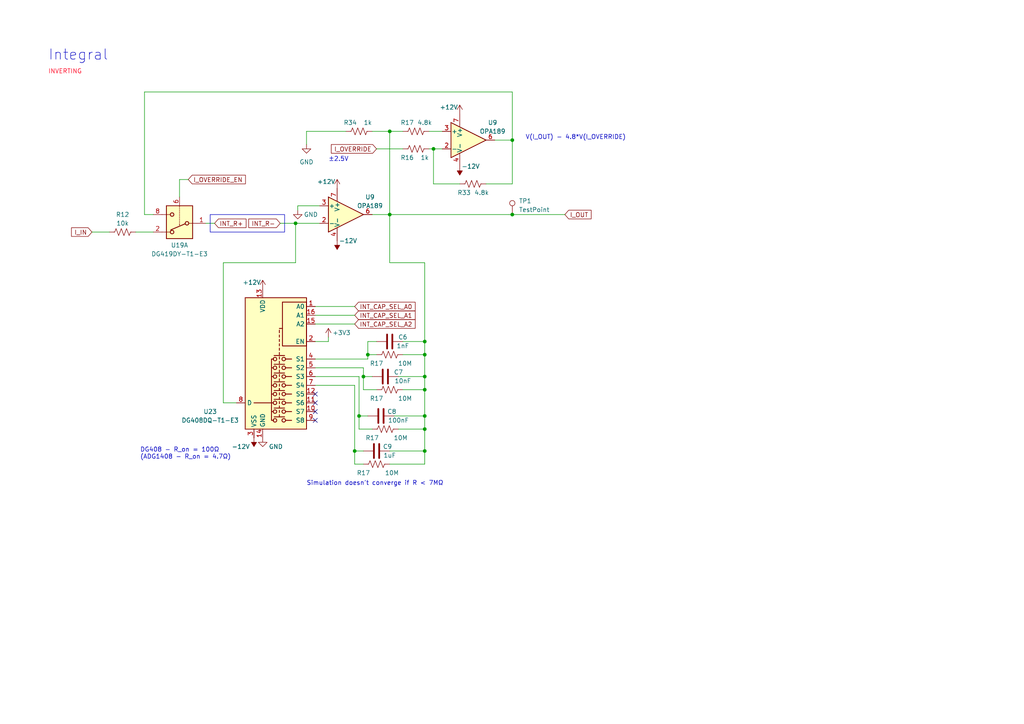
<source format=kicad_sch>
(kicad_sch (version 20230121) (generator eeschema)

  (uuid 977be689-31a1-42c2-bca6-2b263fec0442)

  (paper "A4")

  (lib_symbols
    (symbol "Amplifier_Operational:OPA330xxD" (pin_names (offset 0.127)) (in_bom yes) (on_board yes)
      (property "Reference" "U" (at 0 6.35 0)
        (effects (font (size 1.27 1.27)) (justify left))
      )
      (property "Value" "OPA330xxD" (at 0 3.81 0)
        (effects (font (size 1.27 1.27)) (justify left))
      )
      (property "Footprint" "Package_SO:SOIC-8_3.9x4.9mm_P1.27mm" (at -2.54 -5.08 0)
        (effects (font (size 1.27 1.27)) (justify left) hide)
      )
      (property "Datasheet" "http://www.ti.com/lit/ds/symlink/opa330.pdf" (at 3.81 3.81 0)
        (effects (font (size 1.27 1.27)) hide)
      )
      (property "ki_keywords" "single opamp" (at 0 0 0)
        (effects (font (size 1.27 1.27)) hide)
      )
      (property "ki_description" "50μV V OS, 0.25μV/°C, 35μA CMOS OPERATIONAL AMPLIFIERS, Zerø-Drift Series, SOIC" (at 0 0 0)
        (effects (font (size 1.27 1.27)) hide)
      )
      (property "ki_fp_filters" "SOIC*3.9x4.9mm*P1.27mm*" (at 0 0 0)
        (effects (font (size 1.27 1.27)) hide)
      )
      (symbol "OPA330xxD_0_1"
        (polyline
          (pts
            (xy -5.08 5.08)
            (xy 5.08 0)
            (xy -5.08 -5.08)
            (xy -5.08 5.08)
          )
          (stroke (width 0.254) (type default))
          (fill (type background))
        )
      )
      (symbol "OPA330xxD_1_1"
        (pin no_connect line (at -2.54 2.54 270) (length 2.54) hide
          (name "NC" (effects (font (size 1.27 1.27))))
          (number "1" (effects (font (size 1.27 1.27))))
        )
        (pin input line (at -7.62 -2.54 0) (length 2.54)
          (name "-" (effects (font (size 1.27 1.27))))
          (number "2" (effects (font (size 1.27 1.27))))
        )
        (pin input line (at -7.62 2.54 0) (length 2.54)
          (name "+" (effects (font (size 1.27 1.27))))
          (number "3" (effects (font (size 1.27 1.27))))
        )
        (pin power_in line (at -2.54 -7.62 90) (length 3.81)
          (name "V-" (effects (font (size 1.27 1.27))))
          (number "4" (effects (font (size 1.27 1.27))))
        )
        (pin no_connect line (at 0 2.54 270) (length 2.54) hide
          (name "NC" (effects (font (size 1.27 1.27))))
          (number "5" (effects (font (size 1.27 1.27))))
        )
        (pin output line (at 7.62 0 180) (length 2.54)
          (name "~" (effects (font (size 1.27 1.27))))
          (number "6" (effects (font (size 1.27 1.27))))
        )
        (pin power_in line (at -2.54 7.62 270) (length 3.81)
          (name "V+" (effects (font (size 1.27 1.27))))
          (number "7" (effects (font (size 1.27 1.27))))
        )
        (pin no_connect line (at 0 -2.54 90) (length 2.54) hide
          (name "NC" (effects (font (size 1.27 1.27))))
          (number "8" (effects (font (size 1.27 1.27))))
        )
      )
    )
    (symbol "Analog_Switch:ADG1408YRUZ" (in_bom yes) (on_board yes)
      (property "Reference" "U" (at -7.62 23.495 0)
        (effects (font (size 1.27 1.27)) (justify left))
      )
      (property "Value" "ADG1408YRUZ" (at -7.62 21.59 0)
        (effects (font (size 1.27 1.27)) (justify left))
      )
      (property "Footprint" "Package_SO:TSSOP-16_4.4x5mm_P0.65mm" (at -19.05 -24.13 0)
        (effects (font (size 1.27 1.27)) (justify left) hide)
      )
      (property "Datasheet" "https://www.analog.com/media/en/technical-documentation/data-sheets/ADG1408_1409.pdf" (at 0.254 0 0)
        (effects (font (size 1.27 1.27)) hide)
      )
      (property "ki_keywords" "analog switch  multiplexer SP8T" (at 0 0 0)
        (effects (font (size 1.27 1.27)) hide)
      )
      (property "ki_description" "8-channel iCMOS analog multiplexer, 4.7 Ohm Ron, 60 MHz, TSSOP-16" (at 0 0 0)
        (effects (font (size 1.27 1.27)) hide)
      )
      (property "ki_fp_filters" "TSSOP*4.4x5mm*P0.65mm*" (at 0 0 0)
        (effects (font (size 1.27 1.27)) hide)
      )
      (symbol "ADG1408YRUZ_0_0"
        (pin power_in line (at 5.08 -20.32 90) (length 2.54)
          (name "GND" (effects (font (size 1.27 1.27))))
          (number "14" (effects (font (size 1.27 1.27))))
        )
      )
      (symbol "ADG1408YRUZ_0_1"
        (rectangle (start -7.62 6.35) (end -0.635 19.05)
          (stroke (width 0.254) (type default))
          (fill (type none))
        )
        (rectangle (start -7.62 20.32) (end 10.16 -17.78)
          (stroke (width 0.254) (type default))
          (fill (type background))
        )
        (circle (center -1.016 -15.24) (radius 0.508)
          (stroke (width 0.254) (type default))
          (fill (type none))
        )
        (circle (center -1.016 -12.7) (radius 0.508)
          (stroke (width 0.254) (type default))
          (fill (type none))
        )
        (circle (center -1.016 -10.16) (radius 0.508)
          (stroke (width 0.254) (type default))
          (fill (type none))
        )
        (circle (center -1.016 -7.62) (radius 0.508)
          (stroke (width 0.254) (type default))
          (fill (type none))
        )
        (circle (center -1.016 -5.08) (radius 0.508)
          (stroke (width 0.254) (type default))
          (fill (type none))
        )
        (circle (center -1.016 -2.54) (radius 0.508)
          (stroke (width 0.254) (type default))
          (fill (type none))
        )
        (circle (center -1.016 0) (radius 0.508)
          (stroke (width 0.254) (type default))
          (fill (type none))
        )
        (circle (center -1.016 2.54) (radius 0.508)
          (stroke (width 0.254) (type default))
          (fill (type none))
        )
        (polyline
          (pts
            (xy -1.524 -15.24)
            (xy -3.302 -15.24)
          )
          (stroke (width 0.254) (type default))
          (fill (type none))
        )
        (polyline
          (pts
            (xy -1.524 -12.7)
            (xy -3.302 -12.7)
          )
          (stroke (width 0.254) (type default))
          (fill (type none))
        )
        (polyline
          (pts
            (xy -1.524 -10.16)
            (xy -3.302 -10.16)
          )
          (stroke (width 0.254) (type default))
          (fill (type none))
        )
        (polyline
          (pts
            (xy -1.524 -7.62)
            (xy -3.302 -7.62)
          )
          (stroke (width 0.254) (type default))
          (fill (type none))
        )
        (polyline
          (pts
            (xy -1.524 -5.08)
            (xy -3.302 -5.08)
          )
          (stroke (width 0.254) (type default))
          (fill (type none))
        )
        (polyline
          (pts
            (xy -1.524 -2.54)
            (xy -3.302 -2.54)
          )
          (stroke (width 0.254) (type default))
          (fill (type none))
        )
        (polyline
          (pts
            (xy -1.524 0)
            (xy -3.302 0)
          )
          (stroke (width 0.254) (type default))
          (fill (type none))
        )
        (polyline
          (pts
            (xy -1.524 2.54)
            (xy -3.302 2.54)
          )
          (stroke (width 0.254) (type default))
          (fill (type none))
        )
        (polyline
          (pts
            (xy -1.27 -14.224)
            (xy 1.778 -14.224)
          )
          (stroke (width 0.254) (type default))
          (fill (type none))
        )
        (polyline
          (pts
            (xy -1.27 -11.684)
            (xy 1.778 -11.684)
          )
          (stroke (width 0.254) (type default))
          (fill (type none))
        )
        (polyline
          (pts
            (xy -1.27 -9.144)
            (xy 1.778 -9.144)
          )
          (stroke (width 0.254) (type default))
          (fill (type none))
        )
        (polyline
          (pts
            (xy -1.27 -6.604)
            (xy 1.778 -6.604)
          )
          (stroke (width 0.254) (type default))
          (fill (type none))
        )
        (polyline
          (pts
            (xy -1.27 -4.064)
            (xy 1.778 -4.064)
          )
          (stroke (width 0.254) (type default))
          (fill (type none))
        )
        (polyline
          (pts
            (xy -1.27 -1.524)
            (xy 1.778 -1.524)
          )
          (stroke (width 0.254) (type default))
          (fill (type none))
        )
        (polyline
          (pts
            (xy -1.27 1.016)
            (xy 1.778 1.016)
          )
          (stroke (width 0.254) (type default))
          (fill (type none))
        )
        (polyline
          (pts
            (xy -1.27 3.556)
            (xy 1.778 3.556)
          )
          (stroke (width 0.254) (type default))
          (fill (type none))
        )
        (polyline
          (pts
            (xy -0.635 11.43)
            (xy 0 11.43)
          )
          (stroke (width 0.254) (type default))
          (fill (type none))
        )
        (polyline
          (pts
            (xy 0.254 -14.224)
            (xy 0.254 -13.589)
          )
          (stroke (width 0.254) (type default))
          (fill (type none))
        )
        (polyline
          (pts
            (xy 0.254 -12.954)
            (xy 0.254 -12.319)
          )
          (stroke (width 0.254) (type default))
          (fill (type none))
        )
        (polyline
          (pts
            (xy 0.254 -11.684)
            (xy 0.254 -11.049)
          )
          (stroke (width 0.254) (type default))
          (fill (type none))
        )
        (polyline
          (pts
            (xy 0.254 -10.414)
            (xy 0.254 -9.779)
          )
          (stroke (width 0.254) (type default))
          (fill (type none))
        )
        (polyline
          (pts
            (xy 0.254 -9.144)
            (xy 0.254 -8.509)
          )
          (stroke (width 0.254) (type default))
          (fill (type none))
        )
        (polyline
          (pts
            (xy 0.254 -7.874)
            (xy 0.254 -7.239)
          )
          (stroke (width 0.254) (type default))
          (fill (type none))
        )
        (polyline
          (pts
            (xy 0.254 -6.604)
            (xy 0.254 -5.969)
          )
          (stroke (width 0.254) (type default))
          (fill (type none))
        )
        (polyline
          (pts
            (xy 0.254 -6.604)
            (xy 0.254 -5.969)
          )
          (stroke (width 0.254) (type default))
          (fill (type none))
        )
        (polyline
          (pts
            (xy 0.254 -5.334)
            (xy 0.254 -4.699)
          )
          (stroke (width 0.254) (type default))
          (fill (type none))
        )
        (polyline
          (pts
            (xy 0.254 -3.81)
            (xy 0.254 -3.175)
          )
          (stroke (width 0.254) (type default))
          (fill (type none))
        )
        (polyline
          (pts
            (xy 0.254 -2.54)
            (xy 0.254 -1.905)
          )
          (stroke (width 0.254) (type default))
          (fill (type none))
        )
        (polyline
          (pts
            (xy 0.254 -1.27)
            (xy 0.254 -0.635)
          )
          (stroke (width 0.254) (type default))
          (fill (type none))
        )
        (polyline
          (pts
            (xy 0.254 0)
            (xy 0.254 0.635)
          )
          (stroke (width 0.254) (type default))
          (fill (type none))
        )
        (polyline
          (pts
            (xy 0.254 1.27)
            (xy 0.254 1.905)
          )
          (stroke (width 0.254) (type default))
          (fill (type none))
        )
        (polyline
          (pts
            (xy 0.254 2.54)
            (xy 0.254 3.175)
          )
          (stroke (width 0.254) (type default))
          (fill (type none))
        )
        (polyline
          (pts
            (xy 0.254 3.81)
            (xy 0.254 4.445)
          )
          (stroke (width 0.254) (type default))
          (fill (type none))
        )
        (polyline
          (pts
            (xy 0.254 5.08)
            (xy 0.254 5.715)
          )
          (stroke (width 0.254) (type default))
          (fill (type none))
        )
        (polyline
          (pts
            (xy 0.254 6.35)
            (xy 0.254 6.985)
          )
          (stroke (width 0.254) (type default))
          (fill (type none))
        )
        (polyline
          (pts
            (xy 0.254 7.62)
            (xy 0.254 8.255)
          )
          (stroke (width 0.254) (type default))
          (fill (type none))
        )
        (polyline
          (pts
            (xy 0.254 8.89)
            (xy 0.254 9.525)
          )
          (stroke (width 0.254) (type default))
          (fill (type none))
        )
        (polyline
          (pts
            (xy 0.254 10.16)
            (xy 0.254 10.922)
          )
          (stroke (width 0.254) (type default))
          (fill (type none))
        )
        (polyline
          (pts
            (xy 0.254 11.43)
            (xy 0 11.43)
          )
          (stroke (width 0.254) (type default))
          (fill (type none))
        )
        (polyline
          (pts
            (xy 2.032 -12.7)
            (xy 2.54 -12.7)
          )
          (stroke (width 0.254) (type default))
          (fill (type none))
        )
        (polyline
          (pts
            (xy 2.032 -10.16)
            (xy 2.54 -10.16)
          )
          (stroke (width 0.254) (type default))
          (fill (type none))
        )
        (polyline
          (pts
            (xy 2.032 -7.62)
            (xy 2.54 -7.62)
          )
          (stroke (width 0.254) (type default))
          (fill (type none))
        )
        (polyline
          (pts
            (xy 2.032 -5.08)
            (xy 2.54 -5.08)
          )
          (stroke (width 0.254) (type default))
          (fill (type none))
        )
        (polyline
          (pts
            (xy 2.032 -2.54)
            (xy 2.54 -2.54)
          )
          (stroke (width 0.254) (type default))
          (fill (type none))
        )
        (polyline
          (pts
            (xy 2.032 0)
            (xy 2.54 0)
          )
          (stroke (width 0.254) (type default))
          (fill (type none))
        )
        (polyline
          (pts
            (xy 2.54 -10.16)
            (xy 7.62 -10.16)
          )
          (stroke (width 0.254) (type default))
          (fill (type none))
        )
        (polyline
          (pts
            (xy 1.905 2.54)
            (xy 2.54 2.54)
            (xy 2.54 -15.24)
            (xy 1.905 -15.24)
          )
          (stroke (width 0.254) (type default))
          (fill (type none))
        )
        (circle (center 1.524 -15.24) (radius 0.508)
          (stroke (width 0.254) (type default))
          (fill (type none))
        )
        (circle (center 1.524 -12.7) (radius 0.508)
          (stroke (width 0.254) (type default))
          (fill (type none))
        )
        (circle (center 1.524 -10.16) (radius 0.508)
          (stroke (width 0.254) (type default))
          (fill (type none))
        )
        (circle (center 1.524 -7.62) (radius 0.508)
          (stroke (width 0.254) (type default))
          (fill (type none))
        )
        (circle (center 1.524 -5.08) (radius 0.508)
          (stroke (width 0.254) (type default))
          (fill (type none))
        )
        (circle (center 1.524 -2.54) (radius 0.508)
          (stroke (width 0.254) (type default))
          (fill (type none))
        )
        (circle (center 1.524 0) (radius 0.508)
          (stroke (width 0.254) (type default))
          (fill (type none))
        )
        (circle (center 1.524 2.54) (radius 0.508)
          (stroke (width 0.254) (type default))
          (fill (type none))
        )
      )
      (symbol "ADG1408YRUZ_1_1"
        (pin input line (at -10.16 17.78 0) (length 2.54)
          (name "A0" (effects (font (size 1.27 1.27))))
          (number "1" (effects (font (size 1.27 1.27))))
        )
        (pin bidirectional line (at -10.16 -12.7 0) (length 2.54)
          (name "S7" (effects (font (size 1.27 1.27))))
          (number "10" (effects (font (size 1.27 1.27))))
        )
        (pin bidirectional line (at -10.16 -10.16 0) (length 2.54)
          (name "S6" (effects (font (size 1.27 1.27))))
          (number "11" (effects (font (size 1.27 1.27))))
        )
        (pin bidirectional line (at -10.16 -7.62 0) (length 2.54)
          (name "S5" (effects (font (size 1.27 1.27))))
          (number "12" (effects (font (size 1.27 1.27))))
        )
        (pin power_in line (at 5.08 22.86 270) (length 2.54)
          (name "VDD" (effects (font (size 1.27 1.27))))
          (number "13" (effects (font (size 1.27 1.27))))
        )
        (pin input line (at -10.16 12.7 0) (length 2.54)
          (name "A2" (effects (font (size 1.27 1.27))))
          (number "15" (effects (font (size 1.27 1.27))))
        )
        (pin input line (at -10.16 15.24 0) (length 2.54)
          (name "A1" (effects (font (size 1.27 1.27))))
          (number "16" (effects (font (size 1.27 1.27))))
        )
        (pin input line (at -10.16 7.62 0) (length 2.54)
          (name "EN" (effects (font (size 1.27 1.27))))
          (number "2" (effects (font (size 1.27 1.27))))
        )
        (pin power_in line (at 7.62 -20.32 90) (length 2.54)
          (name "VSS" (effects (font (size 1.27 1.27))))
          (number "3" (effects (font (size 1.27 1.27))))
        )
        (pin bidirectional line (at -10.16 2.54 0) (length 2.54)
          (name "S1" (effects (font (size 1.27 1.27))))
          (number "4" (effects (font (size 1.27 1.27))))
        )
        (pin bidirectional line (at -10.16 0 0) (length 2.54)
          (name "S2" (effects (font (size 1.27 1.27))))
          (number "5" (effects (font (size 1.27 1.27))))
        )
        (pin bidirectional line (at -10.16 -2.54 0) (length 2.54)
          (name "S3" (effects (font (size 1.27 1.27))))
          (number "6" (effects (font (size 1.27 1.27))))
        )
        (pin bidirectional line (at -10.16 -5.08 0) (length 2.54)
          (name "S4" (effects (font (size 1.27 1.27))))
          (number "7" (effects (font (size 1.27 1.27))))
        )
        (pin bidirectional line (at 12.7 -10.16 180) (length 2.54)
          (name "D" (effects (font (size 1.27 1.27))))
          (number "8" (effects (font (size 1.27 1.27))))
        )
        (pin bidirectional line (at -10.16 -15.24 0) (length 2.54)
          (name "S8" (effects (font (size 1.27 1.27))))
          (number "9" (effects (font (size 1.27 1.27))))
        )
      )
    )
    (symbol "Analog_Switch:DG419LDY" (pin_names (offset 0.254)) (in_bom yes) (on_board yes)
      (property "Reference" "U" (at -3.175 4.699 0)
        (effects (font (size 1.27 1.27)) (justify left))
      )
      (property "Value" "DG419LDY" (at -3.175 2.921 0)
        (effects (font (size 1.27 1.27)) (justify left))
      )
      (property "Footprint" "Package_SO:SOIC-8_3.9x4.9mm_P1.27mm" (at 0 -7.62 0)
        (effects (font (size 1.27 1.27)) hide)
      )
      (property "Datasheet" "https://datasheets.maximintegrated.com/en/ds/DG417-DG419.pdf" (at 0 0 0)
        (effects (font (size 1.27 1.27)) hide)
      )
      (property "ki_keywords" "CMOS Analog Switch" (at 0 0 0)
        (effects (font (size 1.27 1.27)) hide)
      )
      (property "ki_description" "Single SPDT 3V Logic Compatible CMOS Analog Switch, 35Ohm Ron, with Vlogic, SOIC-8" (at 0 0 0)
        (effects (font (size 1.27 1.27)) hide)
      )
      (property "ki_fp_filters" "SOIC*3.9x4.9mm*P1.27mm*" (at 0 0 0)
        (effects (font (size 1.27 1.27)) hide)
      )
      (symbol "DG419LDY_1_1"
        (rectangle (start -3.81 1.905) (end 3.81 -7.62)
          (stroke (width 0.254) (type default))
          (fill (type background))
        )
        (circle (center -2.159 -2.54) (radius 0.508)
          (stroke (width 0.254) (type default))
          (fill (type none))
        )
        (polyline
          (pts
            (xy -5.08 -2.54)
            (xy -2.794 -2.54)
          )
          (stroke (width 0) (type default))
          (fill (type none))
        )
        (polyline
          (pts
            (xy -1.651 -2.413)
            (xy 2.54 -0.635)
          )
          (stroke (width 0.254) (type default))
          (fill (type none))
        )
        (polyline
          (pts
            (xy 0 -7.62)
            (xy 0 -7.112)
          )
          (stroke (width 0) (type default))
          (fill (type none))
        )
        (polyline
          (pts
            (xy 0 -6.858)
            (xy 0 -6.604)
          )
          (stroke (width 0) (type default))
          (fill (type none))
        )
        (polyline
          (pts
            (xy 0 -6.35)
            (xy 0 -6.096)
          )
          (stroke (width 0) (type default))
          (fill (type none))
        )
        (polyline
          (pts
            (xy 0 -5.842)
            (xy 0 -5.588)
          )
          (stroke (width 0) (type default))
          (fill (type none))
        )
        (polyline
          (pts
            (xy 0 -5.334)
            (xy 0 -5.08)
          )
          (stroke (width 0) (type default))
          (fill (type none))
        )
        (polyline
          (pts
            (xy 0 -4.826)
            (xy 0 -4.572)
          )
          (stroke (width 0) (type default))
          (fill (type none))
        )
        (polyline
          (pts
            (xy 0 -4.318)
            (xy 0 -4.064)
          )
          (stroke (width 0) (type default))
          (fill (type none))
        )
        (polyline
          (pts
            (xy 0 -3.81)
            (xy 0 -3.556)
          )
          (stroke (width 0) (type default))
          (fill (type none))
        )
        (polyline
          (pts
            (xy 0 -3.302)
            (xy 0 -3.048)
          )
          (stroke (width 0) (type default))
          (fill (type none))
        )
        (polyline
          (pts
            (xy 0 -2.794)
            (xy 0 -2.54)
          )
          (stroke (width 0) (type default))
          (fill (type none))
        )
        (polyline
          (pts
            (xy 0 -2.286)
            (xy 0 -2.032)
          )
          (stroke (width 0) (type default))
          (fill (type none))
        )
        (polyline
          (pts
            (xy 0 -2.286)
            (xy 0 -2.032)
          )
          (stroke (width 0) (type default))
          (fill (type none))
        )
        (polyline
          (pts
            (xy 5.08 -5.08)
            (xy 2.794 -5.08)
          )
          (stroke (width 0) (type default))
          (fill (type none))
        )
        (polyline
          (pts
            (xy 5.08 0)
            (xy 2.794 0)
          )
          (stroke (width 0) (type default))
          (fill (type none))
        )
        (circle (center 2.159 -5.08) (radius 0.508)
          (stroke (width 0.254) (type default))
          (fill (type none))
        )
        (circle (center 2.159 0) (radius 0.508)
          (stroke (width 0.254) (type default))
          (fill (type none))
        )
        (pin passive line (at -7.62 -2.54 0) (length 2.54)
          (name "~" (effects (font (size 1.27 1.27))))
          (number "1" (effects (font (size 1.27 1.27))))
        )
        (pin passive line (at 7.62 0 180) (length 2.54)
          (name "~" (effects (font (size 1.27 1.27))))
          (number "2" (effects (font (size 1.27 1.27))))
        )
        (pin input line (at 0 -10.16 90) (length 2.54)
          (name "~" (effects (font (size 1.27 1.27))))
          (number "6" (effects (font (size 1.27 1.27))))
        )
        (pin passive line (at 7.62 -5.08 180) (length 2.54)
          (name "~" (effects (font (size 1.27 1.27))))
          (number "8" (effects (font (size 1.27 1.27))))
        )
      )
      (symbol "DG419LDY_2_0"
        (pin power_in line (at 0 -12.7 90) (length 2.54)
          (name "GND" (effects (font (size 1.27 1.27))))
          (number "3" (effects (font (size 1.27 1.27))))
        )
        (pin power_in line (at 0 12.7 270) (length 2.54)
          (name "V+" (effects (font (size 1.27 1.27))))
          (number "4" (effects (font (size 1.27 1.27))))
        )
        (pin power_in line (at 2.54 12.7 270) (length 2.54)
          (name "VL" (effects (font (size 1.27 1.27))))
          (number "5" (effects (font (size 1.27 1.27))))
        )
        (pin power_in line (at 2.54 -12.7 90) (length 2.54)
          (name "V-" (effects (font (size 1.27 1.27))))
          (number "7" (effects (font (size 1.27 1.27))))
        )
      )
      (symbol "DG419LDY_2_1"
        (rectangle (start -3.81 10.16) (end 6.35 -10.16)
          (stroke (width 0.254) (type default))
          (fill (type background))
        )
      )
    )
    (symbol "Connector:TestPoint" (pin_numbers hide) (pin_names (offset 0.762) hide) (in_bom yes) (on_board yes)
      (property "Reference" "TP" (at 0 6.858 0)
        (effects (font (size 1.27 1.27)))
      )
      (property "Value" "TestPoint" (at 0 5.08 0)
        (effects (font (size 1.27 1.27)))
      )
      (property "Footprint" "" (at 5.08 0 0)
        (effects (font (size 1.27 1.27)) hide)
      )
      (property "Datasheet" "~" (at 5.08 0 0)
        (effects (font (size 1.27 1.27)) hide)
      )
      (property "ki_keywords" "test point tp" (at 0 0 0)
        (effects (font (size 1.27 1.27)) hide)
      )
      (property "ki_description" "test point" (at 0 0 0)
        (effects (font (size 1.27 1.27)) hide)
      )
      (property "ki_fp_filters" "Pin* Test*" (at 0 0 0)
        (effects (font (size 1.27 1.27)) hide)
      )
      (symbol "TestPoint_0_1"
        (circle (center 0 3.302) (radius 0.762)
          (stroke (width 0) (type default))
          (fill (type none))
        )
      )
      (symbol "TestPoint_1_1"
        (pin passive line (at 0 0 90) (length 2.54)
          (name "1" (effects (font (size 1.27 1.27))))
          (number "1" (effects (font (size 1.27 1.27))))
        )
      )
    )
    (symbol "Device:C" (pin_numbers hide) (pin_names (offset 0.254)) (in_bom yes) (on_board yes)
      (property "Reference" "C" (at 0.635 2.54 0)
        (effects (font (size 1.27 1.27)) (justify left))
      )
      (property "Value" "C" (at 0.635 -2.54 0)
        (effects (font (size 1.27 1.27)) (justify left))
      )
      (property "Footprint" "" (at 0.9652 -3.81 0)
        (effects (font (size 1.27 1.27)) hide)
      )
      (property "Datasheet" "~" (at 0 0 0)
        (effects (font (size 1.27 1.27)) hide)
      )
      (property "ki_keywords" "cap capacitor" (at 0 0 0)
        (effects (font (size 1.27 1.27)) hide)
      )
      (property "ki_description" "Unpolarized capacitor" (at 0 0 0)
        (effects (font (size 1.27 1.27)) hide)
      )
      (property "ki_fp_filters" "C_*" (at 0 0 0)
        (effects (font (size 1.27 1.27)) hide)
      )
      (symbol "C_0_1"
        (polyline
          (pts
            (xy -2.032 -0.762)
            (xy 2.032 -0.762)
          )
          (stroke (width 0.508) (type default))
          (fill (type none))
        )
        (polyline
          (pts
            (xy -2.032 0.762)
            (xy 2.032 0.762)
          )
          (stroke (width 0.508) (type default))
          (fill (type none))
        )
      )
      (symbol "C_1_1"
        (pin passive line (at 0 3.81 270) (length 2.794)
          (name "~" (effects (font (size 1.27 1.27))))
          (number "1" (effects (font (size 1.27 1.27))))
        )
        (pin passive line (at 0 -3.81 90) (length 2.794)
          (name "~" (effects (font (size 1.27 1.27))))
          (number "2" (effects (font (size 1.27 1.27))))
        )
      )
    )
    (symbol "Device:R_US" (pin_numbers hide) (pin_names (offset 0)) (in_bom yes) (on_board yes)
      (property "Reference" "R" (at 2.54 0 90)
        (effects (font (size 1.27 1.27)))
      )
      (property "Value" "R_US" (at -2.54 0 90)
        (effects (font (size 1.27 1.27)))
      )
      (property "Footprint" "" (at 1.016 -0.254 90)
        (effects (font (size 1.27 1.27)) hide)
      )
      (property "Datasheet" "~" (at 0 0 0)
        (effects (font (size 1.27 1.27)) hide)
      )
      (property "ki_keywords" "R res resistor" (at 0 0 0)
        (effects (font (size 1.27 1.27)) hide)
      )
      (property "ki_description" "Resistor, US symbol" (at 0 0 0)
        (effects (font (size 1.27 1.27)) hide)
      )
      (property "ki_fp_filters" "R_*" (at 0 0 0)
        (effects (font (size 1.27 1.27)) hide)
      )
      (symbol "R_US_0_1"
        (polyline
          (pts
            (xy 0 -2.286)
            (xy 0 -2.54)
          )
          (stroke (width 0) (type default))
          (fill (type none))
        )
        (polyline
          (pts
            (xy 0 2.286)
            (xy 0 2.54)
          )
          (stroke (width 0) (type default))
          (fill (type none))
        )
        (polyline
          (pts
            (xy 0 -0.762)
            (xy 1.016 -1.143)
            (xy 0 -1.524)
            (xy -1.016 -1.905)
            (xy 0 -2.286)
          )
          (stroke (width 0) (type default))
          (fill (type none))
        )
        (polyline
          (pts
            (xy 0 0.762)
            (xy 1.016 0.381)
            (xy 0 0)
            (xy -1.016 -0.381)
            (xy 0 -0.762)
          )
          (stroke (width 0) (type default))
          (fill (type none))
        )
        (polyline
          (pts
            (xy 0 2.286)
            (xy 1.016 1.905)
            (xy 0 1.524)
            (xy -1.016 1.143)
            (xy 0 0.762)
          )
          (stroke (width 0) (type default))
          (fill (type none))
        )
      )
      (symbol "R_US_1_1"
        (pin passive line (at 0 3.81 270) (length 1.27)
          (name "~" (effects (font (size 1.27 1.27))))
          (number "1" (effects (font (size 1.27 1.27))))
        )
        (pin passive line (at 0 -3.81 90) (length 1.27)
          (name "~" (effects (font (size 1.27 1.27))))
          (number "2" (effects (font (size 1.27 1.27))))
        )
      )
    )
    (symbol "power:+12V" (power) (pin_names (offset 0)) (in_bom yes) (on_board yes)
      (property "Reference" "#PWR" (at 0 -3.81 0)
        (effects (font (size 1.27 1.27)) hide)
      )
      (property "Value" "+12V" (at 0 3.556 0)
        (effects (font (size 1.27 1.27)))
      )
      (property "Footprint" "" (at 0 0 0)
        (effects (font (size 1.27 1.27)) hide)
      )
      (property "Datasheet" "" (at 0 0 0)
        (effects (font (size 1.27 1.27)) hide)
      )
      (property "ki_keywords" "global power" (at 0 0 0)
        (effects (font (size 1.27 1.27)) hide)
      )
      (property "ki_description" "Power symbol creates a global label with name \"+12V\"" (at 0 0 0)
        (effects (font (size 1.27 1.27)) hide)
      )
      (symbol "+12V_0_1"
        (polyline
          (pts
            (xy -0.762 1.27)
            (xy 0 2.54)
          )
          (stroke (width 0) (type default))
          (fill (type none))
        )
        (polyline
          (pts
            (xy 0 0)
            (xy 0 2.54)
          )
          (stroke (width 0) (type default))
          (fill (type none))
        )
        (polyline
          (pts
            (xy 0 2.54)
            (xy 0.762 1.27)
          )
          (stroke (width 0) (type default))
          (fill (type none))
        )
      )
      (symbol "+12V_1_1"
        (pin power_in line (at 0 0 90) (length 0) hide
          (name "+12V" (effects (font (size 1.27 1.27))))
          (number "1" (effects (font (size 1.27 1.27))))
        )
      )
    )
    (symbol "power:+3V3" (power) (pin_names (offset 0)) (in_bom yes) (on_board yes)
      (property "Reference" "#PWR" (at 0 -3.81 0)
        (effects (font (size 1.27 1.27)) hide)
      )
      (property "Value" "+3V3" (at 0 3.556 0)
        (effects (font (size 1.27 1.27)))
      )
      (property "Footprint" "" (at 0 0 0)
        (effects (font (size 1.27 1.27)) hide)
      )
      (property "Datasheet" "" (at 0 0 0)
        (effects (font (size 1.27 1.27)) hide)
      )
      (property "ki_keywords" "global power" (at 0 0 0)
        (effects (font (size 1.27 1.27)) hide)
      )
      (property "ki_description" "Power symbol creates a global label with name \"+3V3\"" (at 0 0 0)
        (effects (font (size 1.27 1.27)) hide)
      )
      (symbol "+3V3_0_1"
        (polyline
          (pts
            (xy -0.762 1.27)
            (xy 0 2.54)
          )
          (stroke (width 0) (type default))
          (fill (type none))
        )
        (polyline
          (pts
            (xy 0 0)
            (xy 0 2.54)
          )
          (stroke (width 0) (type default))
          (fill (type none))
        )
        (polyline
          (pts
            (xy 0 2.54)
            (xy 0.762 1.27)
          )
          (stroke (width 0) (type default))
          (fill (type none))
        )
      )
      (symbol "+3V3_1_1"
        (pin power_in line (at 0 0 90) (length 0) hide
          (name "+3V3" (effects (font (size 1.27 1.27))))
          (number "1" (effects (font (size 1.27 1.27))))
        )
      )
    )
    (symbol "power:-12V" (power) (pin_names (offset 0)) (in_bom yes) (on_board yes)
      (property "Reference" "#PWR" (at 0 2.54 0)
        (effects (font (size 1.27 1.27)) hide)
      )
      (property "Value" "-12V" (at 0 3.81 0)
        (effects (font (size 1.27 1.27)))
      )
      (property "Footprint" "" (at 0 0 0)
        (effects (font (size 1.27 1.27)) hide)
      )
      (property "Datasheet" "" (at 0 0 0)
        (effects (font (size 1.27 1.27)) hide)
      )
      (property "ki_keywords" "global power" (at 0 0 0)
        (effects (font (size 1.27 1.27)) hide)
      )
      (property "ki_description" "Power symbol creates a global label with name \"-12V\"" (at 0 0 0)
        (effects (font (size 1.27 1.27)) hide)
      )
      (symbol "-12V_0_0"
        (pin power_in line (at 0 0 90) (length 0) hide
          (name "-12V" (effects (font (size 1.27 1.27))))
          (number "1" (effects (font (size 1.27 1.27))))
        )
      )
      (symbol "-12V_0_1"
        (polyline
          (pts
            (xy 0 0)
            (xy 0 1.27)
            (xy 0.762 1.27)
            (xy 0 2.54)
            (xy -0.762 1.27)
            (xy 0 1.27)
          )
          (stroke (width 0) (type default))
          (fill (type outline))
        )
      )
    )
    (symbol "power:GND" (power) (pin_names (offset 0)) (in_bom yes) (on_board yes)
      (property "Reference" "#PWR" (at 0 -6.35 0)
        (effects (font (size 1.27 1.27)) hide)
      )
      (property "Value" "GND" (at 0 -3.81 0)
        (effects (font (size 1.27 1.27)))
      )
      (property "Footprint" "" (at 0 0 0)
        (effects (font (size 1.27 1.27)) hide)
      )
      (property "Datasheet" "" (at 0 0 0)
        (effects (font (size 1.27 1.27)) hide)
      )
      (property "ki_keywords" "global power" (at 0 0 0)
        (effects (font (size 1.27 1.27)) hide)
      )
      (property "ki_description" "Power symbol creates a global label with name \"GND\" , ground" (at 0 0 0)
        (effects (font (size 1.27 1.27)) hide)
      )
      (symbol "GND_0_1"
        (polyline
          (pts
            (xy 0 0)
            (xy 0 -1.27)
            (xy 1.27 -1.27)
            (xy 0 -2.54)
            (xy -1.27 -1.27)
            (xy 0 -1.27)
          )
          (stroke (width 0) (type default))
          (fill (type none))
        )
      )
      (symbol "GND_1_1"
        (pin power_in line (at 0 0 270) (length 0) hide
          (name "GND" (effects (font (size 1.27 1.27))))
          (number "1" (effects (font (size 1.27 1.27))))
        )
      )
    )
  )

  (junction (at 123.19 124.46) (diameter 0) (color 0 0 0 0)
    (uuid 122147e4-5ea3-4876-ac2b-c91bbbf41afe)
  )
  (junction (at 123.19 113.03) (diameter 0) (color 0 0 0 0)
    (uuid 2b8bc937-35b0-4cdf-ac3c-022d2eade989)
  )
  (junction (at 123.19 109.22) (diameter 0) (color 0 0 0 0)
    (uuid 33304e63-0c72-4771-a529-fad9e86fcf91)
  )
  (junction (at 106.68 102.87) (diameter 0) (color 0 0 0 0)
    (uuid 5a66aba2-b65f-4892-831b-859bae6961c5)
  )
  (junction (at 105.41 109.22) (diameter 0) (color 0 0 0 0)
    (uuid 681a7100-e669-4e3e-9546-0fc5863ffb5e)
  )
  (junction (at 113.03 38.1) (diameter 0) (color 0 0 0 0)
    (uuid 6842f7a9-315e-4c72-b35e-07d6b1cb0ca6)
  )
  (junction (at 104.14 120.65) (diameter 0) (color 0 0 0 0)
    (uuid 6b04a3be-650f-4f0b-bfa8-11b1842cf59a)
  )
  (junction (at 85.725 64.77) (diameter 0) (color 0 0 0 0)
    (uuid 716a58ee-2f67-4a12-8a60-4af90e97aa76)
  )
  (junction (at 123.19 99.06) (diameter 0) (color 0 0 0 0)
    (uuid 7475a967-e4e6-45d1-bb7a-9857bc0db9b5)
  )
  (junction (at 113.03 62.23) (diameter 0) (color 0 0 0 0)
    (uuid 7d8115ca-cf36-452d-905c-80fd4537a5a5)
  )
  (junction (at 102.87 130.81) (diameter 0) (color 0 0 0 0)
    (uuid 8b273c83-56b8-4e70-b9fa-4aa9cee8157b)
  )
  (junction (at 148.59 62.23) (diameter 0) (color 0 0 0 0)
    (uuid a7e7cf9b-6cf1-40b1-a5b3-11a28f90ac32)
  )
  (junction (at 125.73 43.18) (diameter 0) (color 0 0 0 0)
    (uuid cd811287-3e89-4152-a7bb-d9b1c6e15ff6)
  )
  (junction (at 123.19 130.81) (diameter 0) (color 0 0 0 0)
    (uuid dcdf71ef-9272-4590-8432-e5d5859c88aa)
  )
  (junction (at 123.19 102.87) (diameter 0) (color 0 0 0 0)
    (uuid e560123b-552d-4d4a-aa18-a604f69cc6d8)
  )
  (junction (at 123.19 120.65) (diameter 0) (color 0 0 0 0)
    (uuid f36805f5-0306-40ae-bca7-78ede159dcec)
  )
  (junction (at 148.59 40.64) (diameter 0) (color 0 0 0 0)
    (uuid f84c9dd6-89e2-42e0-8c5a-aff039155399)
  )

  (no_connect (at 91.44 121.92) (uuid 08e918f3-e41f-4ab5-a5cf-89839151b0fb))
  (no_connect (at 91.44 114.3) (uuid 4d5ffbb0-5958-4dff-bd9e-41ca07a35cc8))
  (no_connect (at 91.44 116.84) (uuid 943d2a36-6d5d-4eab-adbd-155b2acfd924))
  (no_connect (at 91.44 119.38) (uuid aa68ab86-67fd-4fdd-a847-3dac24d1b02b))

  (wire (pts (xy 113.03 62.23) (xy 113.03 76.2))
    (stroke (width 0) (type default))
    (uuid 02dfc38d-4753-44eb-acfa-d55b74983c32)
  )
  (wire (pts (xy 41.91 62.23) (xy 44.45 62.23))
    (stroke (width 0) (type default))
    (uuid 0489e300-ed02-4739-8527-d871f84dd7cf)
  )
  (wire (pts (xy 115.57 124.46) (xy 123.19 124.46))
    (stroke (width 0) (type default))
    (uuid 0ca23134-3894-4dca-8d74-4e4c382210e5)
  )
  (wire (pts (xy 109.22 113.03) (xy 105.41 113.03))
    (stroke (width 0) (type default))
    (uuid 0cf84cea-08cc-4cbd-b004-3c5b12082379)
  )
  (wire (pts (xy 124.46 38.1) (xy 128.27 38.1))
    (stroke (width 0) (type default))
    (uuid 11073ad5-5753-44af-b82b-a5f81320a5ce)
  )
  (wire (pts (xy 140.97 53.34) (xy 148.59 53.34))
    (stroke (width 0) (type default))
    (uuid 112929d3-6908-4b67-a2e0-77d8fbe14553)
  )
  (wire (pts (xy 106.68 102.87) (xy 106.68 99.06))
    (stroke (width 0) (type default))
    (uuid 1597028c-505a-489d-a98c-c25ad7233d64)
  )
  (wire (pts (xy 123.19 99.06) (xy 123.19 102.87))
    (stroke (width 0) (type default))
    (uuid 1aa4da2f-253d-4b58-a37e-5db4ad432747)
  )
  (wire (pts (xy 104.14 109.22) (xy 91.44 109.22))
    (stroke (width 0) (type default))
    (uuid 1bf51713-9fb0-438d-9b70-33db2c378d6d)
  )
  (wire (pts (xy 105.41 109.22) (xy 107.95 109.22))
    (stroke (width 0) (type default))
    (uuid 210288c8-140b-4702-a129-f1e4f5b9dee8)
  )
  (wire (pts (xy 86.36 59.69) (xy 86.36 60.96))
    (stroke (width 0) (type default))
    (uuid 215742df-b2dd-4267-98ca-891835e8a948)
  )
  (wire (pts (xy 148.59 40.64) (xy 148.59 26.67))
    (stroke (width 0) (type default))
    (uuid 215b51b3-91a9-46bb-8588-3fb617f1d7a6)
  )
  (wire (pts (xy 91.44 104.14) (xy 106.68 104.14))
    (stroke (width 0) (type default))
    (uuid 251e22d1-be53-4bdb-9451-1e3c76e2e74e)
  )
  (wire (pts (xy 113.03 62.23) (xy 148.59 62.23))
    (stroke (width 0) (type default))
    (uuid 28f0602b-7e81-447d-8fcf-3e0f6c6579b1)
  )
  (wire (pts (xy 106.68 102.87) (xy 109.22 102.87))
    (stroke (width 0) (type default))
    (uuid 2f4e7779-35f2-44b4-a3f6-554c8522270e)
  )
  (wire (pts (xy 113.03 38.1) (xy 116.84 38.1))
    (stroke (width 0) (type default))
    (uuid 2f4ebfba-58af-4360-a262-19740c2b0289)
  )
  (wire (pts (xy 41.91 26.67) (xy 148.59 26.67))
    (stroke (width 0) (type default))
    (uuid 2f9346ce-aec9-48b5-b76e-435bb9e08d5b)
  )
  (wire (pts (xy 41.91 26.67) (xy 41.91 62.23))
    (stroke (width 0) (type default))
    (uuid 30f5269d-ddd0-4f2e-b415-f27d1a68b88d)
  )
  (wire (pts (xy 91.44 99.06) (xy 95.25 99.06))
    (stroke (width 0) (type default))
    (uuid 321e059b-45ea-45a1-add6-9c733471249a)
  )
  (wire (pts (xy 123.19 102.87) (xy 123.19 109.22))
    (stroke (width 0) (type default))
    (uuid 32764ef4-45b2-455b-a499-6f0e317dd09e)
  )
  (wire (pts (xy 148.59 40.64) (xy 148.59 53.34))
    (stroke (width 0) (type default))
    (uuid 338e3608-e4f3-4beb-92c9-4f8c448ea6c1)
  )
  (wire (pts (xy 125.73 43.18) (xy 125.73 53.34))
    (stroke (width 0) (type default))
    (uuid 349736e2-2f65-47da-8e99-0a2f088198c4)
  )
  (wire (pts (xy 88.9 38.1) (xy 88.9 41.91))
    (stroke (width 0) (type default))
    (uuid 377b8ef5-e2ee-4185-b2d6-1b9fad3d3afb)
  )
  (wire (pts (xy 102.87 111.76) (xy 102.87 130.81))
    (stroke (width 0) (type default))
    (uuid 39b3aa3d-8eee-422f-b6b5-b51b54f297bb)
  )
  (wire (pts (xy 102.87 134.62) (xy 105.41 134.62))
    (stroke (width 0) (type default))
    (uuid 3a1ba80b-77ea-42c3-84f4-7355b1e4fedf)
  )
  (wire (pts (xy 125.73 43.18) (xy 128.27 43.18))
    (stroke (width 0) (type default))
    (uuid 3f044bfe-b4ea-483f-bd9e-2d26f003d20a)
  )
  (wire (pts (xy 123.19 113.03) (xy 123.19 109.22))
    (stroke (width 0) (type default))
    (uuid 457a0593-b0d6-422b-8632-88d4bfe9d5a9)
  )
  (wire (pts (xy 116.84 113.03) (xy 123.19 113.03))
    (stroke (width 0) (type default))
    (uuid 4a960759-75ac-46a9-89ca-ca6f5c07e79f)
  )
  (wire (pts (xy 54.61 52.07) (xy 52.07 52.07))
    (stroke (width 0) (type default))
    (uuid 4cef617e-0784-4e15-add0-eab1de5fc2fb)
  )
  (wire (pts (xy 107.95 62.23) (xy 113.03 62.23))
    (stroke (width 0) (type default))
    (uuid 4e1f6b89-bffb-40a1-970c-ef4fcdf3b1b6)
  )
  (wire (pts (xy 123.19 76.2) (xy 123.19 99.06))
    (stroke (width 0) (type default))
    (uuid 50b2de7c-a21a-4e82-8281-8379512a2b17)
  )
  (wire (pts (xy 104.14 120.65) (xy 104.14 124.46))
    (stroke (width 0) (type default))
    (uuid 599948fc-d440-4d0c-a8b3-979885474bca)
  )
  (wire (pts (xy 104.14 120.65) (xy 106.68 120.65))
    (stroke (width 0) (type default))
    (uuid 5aa79e39-a024-4a0e-8d36-1826fcd40c88)
  )
  (wire (pts (xy 123.19 120.65) (xy 123.19 124.46))
    (stroke (width 0) (type default))
    (uuid 5eab974e-c67b-4874-9295-18a9bd135cbf)
  )
  (wire (pts (xy 68.58 116.84) (xy 64.77 116.84))
    (stroke (width 0) (type default))
    (uuid 63bb598f-7827-4170-8cc9-6765b15bd816)
  )
  (wire (pts (xy 123.19 130.81) (xy 113.03 130.81))
    (stroke (width 0) (type default))
    (uuid 698dcbac-e058-4b75-8622-0584514ba0f7)
  )
  (wire (pts (xy 64.77 76.2) (xy 85.725 76.2))
    (stroke (width 0) (type default))
    (uuid 6baf0826-6619-4053-860b-1bbce2f88c60)
  )
  (wire (pts (xy 91.44 91.44) (xy 102.87 91.44))
    (stroke (width 0) (type default))
    (uuid 77ca936d-3a74-4822-996c-382bf136e050)
  )
  (wire (pts (xy 81.28 64.77) (xy 85.725 64.77))
    (stroke (width 0) (type default))
    (uuid 79adb663-c060-44a4-952f-c239b83ce079)
  )
  (wire (pts (xy 123.19 76.2) (xy 113.03 76.2))
    (stroke (width 0) (type default))
    (uuid 7a5c4ad0-ac88-40cd-9f3b-63433478cba9)
  )
  (wire (pts (xy 105.41 106.68) (xy 91.44 106.68))
    (stroke (width 0) (type default))
    (uuid 7c701414-9bb0-46cb-be3d-2c43030766e3)
  )
  (wire (pts (xy 64.77 116.84) (xy 64.77 76.2))
    (stroke (width 0) (type default))
    (uuid 8165f044-5337-4cf4-bc4b-88854f45720d)
  )
  (wire (pts (xy 113.03 134.62) (xy 123.19 134.62))
    (stroke (width 0) (type default))
    (uuid 862fd3e1-ca4c-4e48-bb64-1762245d87f9)
  )
  (wire (pts (xy 52.07 52.07) (xy 52.07 57.15))
    (stroke (width 0) (type default))
    (uuid 89d8e5f2-2252-44b8-a191-e66a776cd0e9)
  )
  (wire (pts (xy 123.19 120.65) (xy 114.3 120.65))
    (stroke (width 0) (type default))
    (uuid 987496a9-c565-4691-8274-e0ceb10414d3)
  )
  (wire (pts (xy 102.87 134.62) (xy 102.87 130.81))
    (stroke (width 0) (type default))
    (uuid a3cec298-fa04-41e3-b226-c81ddc746fec)
  )
  (wire (pts (xy 148.59 62.23) (xy 163.83 62.23))
    (stroke (width 0) (type default))
    (uuid a5601c15-f1e0-413e-9782-d3936cbb08d2)
  )
  (wire (pts (xy 105.41 109.22) (xy 105.41 113.03))
    (stroke (width 0) (type default))
    (uuid a92b185c-c633-4284-ac6b-b7b280695bfc)
  )
  (wire (pts (xy 91.44 111.76) (xy 102.87 111.76))
    (stroke (width 0) (type default))
    (uuid ab700f4f-b264-48ba-8281-c418367fa4f8)
  )
  (wire (pts (xy 115.57 109.22) (xy 123.19 109.22))
    (stroke (width 0) (type default))
    (uuid ac131c64-200b-4c54-92ac-c998eb8984c5)
  )
  (wire (pts (xy 92.71 59.69) (xy 86.36 59.69))
    (stroke (width 0) (type default))
    (uuid ac9c21de-3d76-4307-b809-8325bd151e6d)
  )
  (wire (pts (xy 143.51 40.64) (xy 148.59 40.64))
    (stroke (width 0) (type default))
    (uuid ae26ed26-b39b-42b0-97c7-355c30424922)
  )
  (wire (pts (xy 116.84 102.87) (xy 123.19 102.87))
    (stroke (width 0) (type default))
    (uuid b0199c3b-2449-47b1-b0b4-d97843648d86)
  )
  (wire (pts (xy 123.19 99.06) (xy 116.84 99.06))
    (stroke (width 0) (type default))
    (uuid b0f0d358-3cdf-4f65-b390-e18eb4a332fd)
  )
  (wire (pts (xy 105.41 109.22) (xy 105.41 106.68))
    (stroke (width 0) (type default))
    (uuid b38cb785-5ed8-4cbb-b6eb-88dea577854f)
  )
  (wire (pts (xy 100.33 38.1) (xy 88.9 38.1))
    (stroke (width 0) (type default))
    (uuid be06c4e7-4bc6-418f-ba6f-1de8fa6b421b)
  )
  (wire (pts (xy 104.14 124.46) (xy 107.95 124.46))
    (stroke (width 0) (type default))
    (uuid be62a608-593c-43a0-a7c7-eedf6b5889d6)
  )
  (wire (pts (xy 123.19 134.62) (xy 123.19 130.81))
    (stroke (width 0) (type default))
    (uuid c0d631a5-5ebe-4430-8c11-6b397fd9c7ab)
  )
  (wire (pts (xy 123.19 124.46) (xy 123.19 130.81))
    (stroke (width 0) (type default))
    (uuid c20559a0-e280-4915-9488-affe32b3e0af)
  )
  (wire (pts (xy 107.95 38.1) (xy 113.03 38.1))
    (stroke (width 0) (type default))
    (uuid c7bb62ab-ee78-431d-9bba-85746567aeb7)
  )
  (wire (pts (xy 109.22 43.18) (xy 116.84 43.18))
    (stroke (width 0) (type default))
    (uuid cf23624e-59f9-45ad-be80-fcf54964f545)
  )
  (wire (pts (xy 95.25 97.79) (xy 95.25 99.06))
    (stroke (width 0) (type default))
    (uuid cfe30841-3fb7-4dfe-88d4-b5c458b9e4a1)
  )
  (wire (pts (xy 26.67 67.31) (xy 31.75 67.31))
    (stroke (width 0) (type default))
    (uuid d88f5f47-c9d8-4822-beac-87447fbf7909)
  )
  (wire (pts (xy 91.44 93.98) (xy 102.87 93.98))
    (stroke (width 0) (type default))
    (uuid db3125e6-e417-467a-80aa-33fe26fd5937)
  )
  (wire (pts (xy 85.725 64.77) (xy 92.71 64.77))
    (stroke (width 0) (type default))
    (uuid dc73513c-3f6c-4e21-b02a-622d66c2d022)
  )
  (wire (pts (xy 39.37 67.31) (xy 44.45 67.31))
    (stroke (width 0) (type default))
    (uuid ddfc6381-70cc-49b9-9241-5ed28bd468c8)
  )
  (wire (pts (xy 91.44 88.9) (xy 102.87 88.9))
    (stroke (width 0) (type default))
    (uuid def92d88-0c76-41bb-8093-a535f73f8f2f)
  )
  (wire (pts (xy 106.68 104.14) (xy 106.68 102.87))
    (stroke (width 0) (type default))
    (uuid defe3214-f5ec-4329-898a-7f53b69a4108)
  )
  (wire (pts (xy 113.03 38.1) (xy 113.03 62.23))
    (stroke (width 0) (type default))
    (uuid e609d14e-ebfc-49f6-92ac-59328ef47871)
  )
  (wire (pts (xy 124.46 43.18) (xy 125.73 43.18))
    (stroke (width 0) (type default))
    (uuid e6615265-55ed-4eb1-ac6c-087e17b0f4f4)
  )
  (wire (pts (xy 106.68 99.06) (xy 109.22 99.06))
    (stroke (width 0) (type default))
    (uuid e9f3c5cb-b95a-497a-a727-dfa24b776bc2)
  )
  (wire (pts (xy 105.41 130.81) (xy 102.87 130.81))
    (stroke (width 0) (type default))
    (uuid eb4d3578-f76f-432d-9840-3553333f9cd5)
  )
  (wire (pts (xy 59.69 64.77) (xy 62.23 64.77))
    (stroke (width 0) (type default))
    (uuid ef271445-20c5-4226-9546-b3147d22698b)
  )
  (wire (pts (xy 125.73 53.34) (xy 133.35 53.34))
    (stroke (width 0) (type default))
    (uuid f2bdf118-a298-4c54-a218-894aa5388263)
  )
  (wire (pts (xy 104.14 109.22) (xy 104.14 120.65))
    (stroke (width 0) (type default))
    (uuid f724c9fb-0258-4baf-86e0-bac20aff8fd8)
  )
  (wire (pts (xy 123.19 113.03) (xy 123.19 120.65))
    (stroke (width 0) (type default))
    (uuid f8921782-4dc4-491a-924f-4dff24238828)
  )
  (wire (pts (xy 85.725 76.2) (xy 85.725 64.77))
    (stroke (width 0) (type default))
    (uuid fabefc78-85c3-484d-a223-6c7d4092be81)
  )

  (rectangle (start 60.96 62.23) (end 82.55 67.31)
    (stroke (width 0) (type default))
    (fill (type none))
    (uuid 65632776-27c0-414a-9a7b-8e300f9ebdd0)
  )

  (text "V(I_OUT) - 4.8*V(I_OVERRIDE)" (at 152.4 40.64 0)
    (effects (font (size 1.27 1.27)) (justify left bottom))
    (uuid 0a8164e1-2e01-43cf-8c65-e160f79e2e91)
  )
  (text "DG408 - R_on = 100Ω\n(ADG1408 - R_on = 4.7Ω)" (at 40.64 133.35 0)
    (effects (font (size 1.27 1.27)) (justify left bottom))
    (uuid 210775ff-edc3-4f5b-9688-f15fd5f8bbd1)
  )
  (text "±2.5V" (at 95.25 46.99 0)
    (effects (font (size 1.27 1.27)) (justify left bottom))
    (uuid 2292b67a-55b6-4abf-b370-9ac7f2c44979)
  )
  (text "Simulation doesn't converge if R < 7MΩ" (at 88.9 140.97 0)
    (effects (font (size 1.27 1.27)) (justify left bottom))
    (uuid 5405853c-000e-4fad-a81a-81ca918ffab4)
  )
  (text "Integral" (at 13.97 17.78 0)
    (effects (font (size 3 3)) (justify left bottom))
    (uuid f4fe5945-7841-4727-a074-6db095c89fd5)
  )
  (text "INVERTING" (at 13.97 21.59 0)
    (effects (font (size 1.27 1.27) (color 255 18 45 1)) (justify left bottom))
    (uuid f9aed4dc-e64c-4c4d-a060-b776731d92f8)
  )

  (global_label "INT_CAP_SEL_A2" (shape input) (at 102.87 93.98 0) (fields_autoplaced)
    (effects (font (size 1.27 1.27)) (justify left))
    (uuid 0e4d0b22-e89b-4a6d-a43d-eacf910cf33c)
    (property "Intersheetrefs" "${INTERSHEET_REFS}" (at 120.9742 93.98 0)
      (effects (font (size 1.27 1.27)) (justify left) hide)
    )
  )
  (global_label "INT_CAP_SEL_A1" (shape input) (at 102.87 91.44 0) (fields_autoplaced)
    (effects (font (size 1.27 1.27)) (justify left))
    (uuid 280d0261-6412-4fe1-bb82-749f5ec6530e)
    (property "Intersheetrefs" "${INTERSHEET_REFS}" (at 120.9742 91.44 0)
      (effects (font (size 1.27 1.27)) (justify left) hide)
    )
  )
  (global_label "I_OVERRIDE_EN" (shape input) (at 54.61 52.07 0) (fields_autoplaced)
    (effects (font (size 1.27 1.27)) (justify left))
    (uuid 42c7fe2a-c120-45c0-9126-2032bc9644a2)
    (property "Intersheetrefs" "${INTERSHEET_REFS}" (at 71.7466 52.07 0)
      (effects (font (size 1.27 1.27)) (justify left) hide)
    )
  )
  (global_label "INT_R+" (shape input) (at 62.23 64.77 0) (fields_autoplaced)
    (effects (font (size 1.27 1.27)) (justify left))
    (uuid 609103bc-6c4d-4e33-94f8-78e510d19fee)
    (property "Intersheetrefs" "${INTERSHEET_REFS}" (at 71.9281 64.77 0)
      (effects (font (size 1.27 1.27)) (justify left) hide)
    )
  )
  (global_label "I_OUT" (shape input) (at 163.83 62.23 0) (fields_autoplaced)
    (effects (font (size 1.27 1.27)) (justify left))
    (uuid 6d7e841c-bcdd-4655-8342-94227c4626b5)
    (property "Intersheetrefs" "${INTERSHEET_REFS}" (at 172.0162 62.23 0)
      (effects (font (size 1.27 1.27)) (justify left) hide)
    )
  )
  (global_label "INT_R-" (shape input) (at 81.28 64.77 180) (fields_autoplaced)
    (effects (font (size 1.27 1.27)) (justify right))
    (uuid 6eccf081-4fb6-4fb0-b47b-b6375a23b1a3)
    (property "Intersheetrefs" "${INTERSHEET_REFS}" (at 71.5819 64.77 0)
      (effects (font (size 1.27 1.27)) (justify right) hide)
    )
  )
  (global_label "INT_CAP_SEL_A0" (shape input) (at 102.87 88.9 0) (fields_autoplaced)
    (effects (font (size 1.27 1.27)) (justify left))
    (uuid a2efd9ce-254a-4ca9-89f2-1af8f8db626d)
    (property "Intersheetrefs" "${INTERSHEET_REFS}" (at 120.9742 88.9 0)
      (effects (font (size 1.27 1.27)) (justify left) hide)
    )
  )
  (global_label "I_OVERRIDE" (shape input) (at 109.22 43.18 180) (fields_autoplaced)
    (effects (font (size 1.27 1.27)) (justify right))
    (uuid b49635a9-51a2-46da-a9dd-474c5cbcb40a)
    (property "Intersheetrefs" "${INTERSHEET_REFS}" (at 95.5305 43.18 0)
      (effects (font (size 1.27 1.27)) (justify right) hide)
    )
  )
  (global_label "I_IN" (shape input) (at 26.67 67.31 180) (fields_autoplaced)
    (effects (font (size 1.27 1.27)) (justify right))
    (uuid b76223e1-9e47-41f1-9531-d690c75436fa)
    (property "Intersheetrefs" "${INTERSHEET_REFS}" (at 20.1771 67.31 0)
      (effects (font (size 1.27 1.27)) (justify right) hide)
    )
  )

  (symbol (lib_id "Device:R_US") (at 104.14 38.1 90) (unit 1)
    (in_bom yes) (on_board yes) (dnp no)
    (uuid 084e63bc-4bbd-4a95-9601-1f8686061845)
    (property "Reference" "R34" (at 101.6 35.56 90)
      (effects (font (size 1.27 1.27)))
    )
    (property "Value" "1k" (at 106.68 35.56 90)
      (effects (font (size 1.27 1.27)))
    )
    (property "Footprint" "" (at 104.394 37.084 90)
      (effects (font (size 1.27 1.27)) hide)
    )
    (property "Datasheet" "~" (at 104.14 38.1 0)
      (effects (font (size 1.27 1.27)) hide)
    )
    (pin "1" (uuid e7c190b6-3d09-4f5e-a903-257bf4ad3299))
    (pin "2" (uuid ac7e0c08-915d-40bf-8500-bf182b79fc70))
    (instances
      (project "basic_pid"
        (path "/3a3d7bcb-6fa5-41ef-9ea1-6d4ab7c492fd/695623ca-8513-4827-8ed5-d87aeb10eff7"
          (reference "R34") (unit 1)
        )
      )
    )
  )

  (symbol (lib_id "power:GND") (at 76.2 127 0) (unit 1)
    (in_bom yes) (on_board yes) (dnp no)
    (uuid 0de7e218-84f7-4759-bd28-01fb10147d73)
    (property "Reference" "#PWR088" (at 76.2 133.35 0)
      (effects (font (size 1.27 1.27)) hide)
    )
    (property "Value" "GND" (at 80.01 129.54 0)
      (effects (font (size 1.27 1.27)))
    )
    (property "Footprint" "" (at 76.2 127 0)
      (effects (font (size 1.27 1.27)) hide)
    )
    (property "Datasheet" "" (at 76.2 127 0)
      (effects (font (size 1.27 1.27)) hide)
    )
    (pin "1" (uuid 73931d11-8b08-4482-8c43-9f4c34474912))
    (instances
      (project "basic_pid"
        (path "/3a3d7bcb-6fa5-41ef-9ea1-6d4ab7c492fd/695623ca-8513-4827-8ed5-d87aeb10eff7"
          (reference "#PWR088") (unit 1)
        )
      )
    )
  )

  (symbol (lib_id "Device:R_US") (at 109.22 134.62 90) (unit 1)
    (in_bom yes) (on_board yes) (dnp no)
    (uuid 0f5518ec-212f-422c-b7b3-bbfa29cfd81b)
    (property "Reference" "R17" (at 105.41 137.16 90)
      (effects (font (size 1.27 1.27)))
    )
    (property "Value" "10M" (at 113.665 137.16 90)
      (effects (font (size 1.27 1.27)))
    )
    (property "Footprint" "Resistor_SMD:R_0805_2012Metric" (at 109.474 133.604 90)
      (effects (font (size 1.27 1.27)) hide)
    )
    (property "Datasheet" "~" (at 109.22 134.62 0)
      (effects (font (size 1.27 1.27)) hide)
    )
    (property "DIGIKEY" "311-10MARCT-ND" (at 109.22 134.62 90)
      (effects (font (size 1.27 1.27)) hide)
    )
    (property "PARTNO" "RC0805JR-0710ML" (at 109.22 134.62 90)
      (effects (font (size 1.27 1.27)) hide)
    )
    (pin "1" (uuid 9eb6026e-3601-4f05-a043-62bc9b58a144))
    (pin "2" (uuid 58f33c7c-faff-4f10-9160-50c26a8c15a1))
    (instances
      (project "basic_pid"
        (path "/3a3d7bcb-6fa5-41ef-9ea1-6d4ab7c492fd"
          (reference "R17") (unit 1)
        )
        (path "/3a3d7bcb-6fa5-41ef-9ea1-6d4ab7c492fd/695623ca-8513-4827-8ed5-d87aeb10eff7"
          (reference "R11") (unit 1)
        )
      )
    )
  )

  (symbol (lib_id "Device:C") (at 113.03 99.06 270) (mirror x) (unit 1)
    (in_bom yes) (on_board yes) (dnp no)
    (uuid 0fa8f1b3-2d78-43d7-ac4d-1a300c994bd0)
    (property "Reference" "C6" (at 116.84 97.79 90)
      (effects (font (size 1.27 1.27)))
    )
    (property "Value" "1nF" (at 116.84 100.33 90)
      (effects (font (size 1.27 1.27)))
    )
    (property "Footprint" "Capacitor_SMD:C_0805_2012Metric" (at 109.22 98.0948 0)
      (effects (font (size 1.27 1.27)) hide)
    )
    (property "Datasheet" "~" (at 113.03 99.06 0)
      (effects (font (size 1.27 1.27)) hide)
    )
    (pin "1" (uuid 4232fec5-83b5-4e1d-aa20-d7b59ed72add))
    (pin "2" (uuid a079a449-418b-4c31-b694-5dbb6a24054c))
    (instances
      (project "basic_pid"
        (path "/3a3d7bcb-6fa5-41ef-9ea1-6d4ab7c492fd"
          (reference "C6") (unit 1)
        )
        (path "/3a3d7bcb-6fa5-41ef-9ea1-6d4ab7c492fd/695623ca-8513-4827-8ed5-d87aeb10eff7"
          (reference "C5") (unit 1)
        )
      )
    )
  )

  (symbol (lib_id "Device:C") (at 111.76 109.22 270) (mirror x) (unit 1)
    (in_bom yes) (on_board yes) (dnp no)
    (uuid 27ed96b7-1056-4dc0-a630-e0a66fa4482a)
    (property "Reference" "C7" (at 115.57 107.95 90)
      (effects (font (size 1.27 1.27)))
    )
    (property "Value" "10nF" (at 116.84 110.49 90)
      (effects (font (size 1.27 1.27)))
    )
    (property "Footprint" "Capacitor_SMD:C_0805_2012Metric" (at 107.95 108.2548 0)
      (effects (font (size 1.27 1.27)) hide)
    )
    (property "Datasheet" "~" (at 111.76 109.22 0)
      (effects (font (size 1.27 1.27)) hide)
    )
    (pin "1" (uuid 8a96f4b3-5ec9-4bf8-a786-5525a4f9974c))
    (pin "2" (uuid 7fb06561-c4ea-4219-994d-5883f1d19cc3))
    (instances
      (project "basic_pid"
        (path "/3a3d7bcb-6fa5-41ef-9ea1-6d4ab7c492fd"
          (reference "C7") (unit 1)
        )
        (path "/3a3d7bcb-6fa5-41ef-9ea1-6d4ab7c492fd/695623ca-8513-4827-8ed5-d87aeb10eff7"
          (reference "C6") (unit 1)
        )
      )
    )
  )

  (symbol (lib_id "Device:R_US") (at 113.03 113.03 90) (unit 1)
    (in_bom yes) (on_board yes) (dnp no)
    (uuid 33db77a0-094c-4590-b104-6f448db86b09)
    (property "Reference" "R17" (at 109.22 115.57 90)
      (effects (font (size 1.27 1.27)))
    )
    (property "Value" "10M" (at 117.475 115.57 90)
      (effects (font (size 1.27 1.27)))
    )
    (property "Footprint" "Resistor_SMD:R_0805_2012Metric" (at 113.284 112.014 90)
      (effects (font (size 1.27 1.27)) hide)
    )
    (property "Datasheet" "~" (at 113.03 113.03 0)
      (effects (font (size 1.27 1.27)) hide)
    )
    (property "DIGIKEY" "311-10MARCT-ND" (at 113.03 113.03 90)
      (effects (font (size 1.27 1.27)) hide)
    )
    (property "PARTNO" "RC0805JR-0710ML" (at 113.03 113.03 90)
      (effects (font (size 1.27 1.27)) hide)
    )
    (pin "1" (uuid 6d835664-ce7e-4fb4-b360-86bfc01035c7))
    (pin "2" (uuid b2a06b69-c2ce-4a71-9271-88a35e83bdcb))
    (instances
      (project "basic_pid"
        (path "/3a3d7bcb-6fa5-41ef-9ea1-6d4ab7c492fd"
          (reference "R17") (unit 1)
        )
        (path "/3a3d7bcb-6fa5-41ef-9ea1-6d4ab7c492fd/695623ca-8513-4827-8ed5-d87aeb10eff7"
          (reference "R56") (unit 1)
        )
      )
    )
  )

  (symbol (lib_id "Device:R_US") (at 137.16 53.34 90) (unit 1)
    (in_bom yes) (on_board yes) (dnp no)
    (uuid 3b047216-a25f-4bee-83b1-006e6816bc21)
    (property "Reference" "R33" (at 134.62 55.88 90)
      (effects (font (size 1.27 1.27)))
    )
    (property "Value" "4.8k" (at 139.7 55.88 90)
      (effects (font (size 1.27 1.27)))
    )
    (property "Footprint" "" (at 137.414 52.324 90)
      (effects (font (size 1.27 1.27)) hide)
    )
    (property "Datasheet" "~" (at 137.16 53.34 0)
      (effects (font (size 1.27 1.27)) hide)
    )
    (pin "1" (uuid 45e4d46a-ded7-4824-a1a7-1a3b13169fc5))
    (pin "2" (uuid 4f9e813c-ea4f-4bb3-934d-6f622916a437))
    (instances
      (project "basic_pid"
        (path "/3a3d7bcb-6fa5-41ef-9ea1-6d4ab7c492fd/695623ca-8513-4827-8ed5-d87aeb10eff7"
          (reference "R33") (unit 1)
        )
      )
    )
  )

  (symbol (lib_id "power:-12V") (at 97.79 69.85 180) (unit 1)
    (in_bom yes) (on_board yes) (dnp no)
    (uuid 42a90da9-c5fc-485d-8d5a-e3692962f41b)
    (property "Reference" "#PWR032" (at 97.79 72.39 0)
      (effects (font (size 1.27 1.27)) hide)
    )
    (property "Value" "-12V" (at 100.965 69.85 0)
      (effects (font (size 1.27 1.27)))
    )
    (property "Footprint" "" (at 97.79 69.85 0)
      (effects (font (size 1.27 1.27)) hide)
    )
    (property "Datasheet" "" (at 97.79 69.85 0)
      (effects (font (size 1.27 1.27)) hide)
    )
    (pin "1" (uuid deecbcb5-8317-4f41-9836-5407ba4867d1))
    (instances
      (project "basic_pid"
        (path "/3a3d7bcb-6fa5-41ef-9ea1-6d4ab7c492fd/a04c5785-e230-4149-bf27-97ee4701c201"
          (reference "#PWR032") (unit 1)
        )
        (path "/3a3d7bcb-6fa5-41ef-9ea1-6d4ab7c492fd"
          (reference "#PWR028") (unit 1)
        )
        (path "/3a3d7bcb-6fa5-41ef-9ea1-6d4ab7c492fd/695623ca-8513-4827-8ed5-d87aeb10eff7"
          (reference "#PWR025") (unit 1)
        )
      )
    )
  )

  (symbol (lib_id "power:+3V3") (at 95.25 97.79 0) (unit 1)
    (in_bom yes) (on_board yes) (dnp no)
    (uuid 510ab07e-7421-4cce-9108-1ba1dc9b10e7)
    (property "Reference" "#PWR089" (at 95.25 101.6 0)
      (effects (font (size 1.27 1.27)) hide)
    )
    (property "Value" "+3V3" (at 99.06 96.52 0)
      (effects (font (size 1.27 1.27)))
    )
    (property "Footprint" "" (at 95.25 97.79 0)
      (effects (font (size 1.27 1.27)) hide)
    )
    (property "Datasheet" "" (at 95.25 97.79 0)
      (effects (font (size 1.27 1.27)) hide)
    )
    (pin "1" (uuid 099d4099-4c17-4501-b32f-d1b63e02bdfe))
    (instances
      (project "basic_pid"
        (path "/3a3d7bcb-6fa5-41ef-9ea1-6d4ab7c492fd/695623ca-8513-4827-8ed5-d87aeb10eff7"
          (reference "#PWR089") (unit 1)
        )
      )
    )
  )

  (symbol (lib_id "Analog_Switch:ADG1408YRUZ") (at 81.28 106.68 0) (mirror y) (unit 1)
    (in_bom yes) (on_board yes) (dnp no)
    (uuid 521f63f0-230e-4257-8c66-5bb104d2246e)
    (property "Reference" "U23" (at 60.96 119.38 0)
      (effects (font (size 1.27 1.27)))
    )
    (property "Value" "DG408DQ-T1-E3" (at 60.96 121.92 0)
      (effects (font (size 1.27 1.27)))
    )
    (property "Footprint" "Package_SO:TSSOP-16_4.4x5mm_P0.65mm" (at 100.33 130.81 0)
      (effects (font (size 1.27 1.27)) (justify left) hide)
    )
    (property "Datasheet" "https://www.vishay.com/docs/70062/dg408.pdf" (at 81.026 106.68 0)
      (effects (font (size 1.27 1.27)) hide)
    )
    (pin "14" (uuid 71f94a9a-bb5d-4242-a6fc-085f84e7cc72))
    (pin "1" (uuid be11ece6-320b-4bd5-877a-e189c07cff9d))
    (pin "10" (uuid d56a520e-c77e-4c3f-a230-71483561b380))
    (pin "11" (uuid 03f41c69-b038-4415-b251-275bcde563c9))
    (pin "12" (uuid 09f23e06-1068-47cd-86d8-6b2984e13fa0))
    (pin "13" (uuid 261b98d2-eef9-4e2e-a044-16c69e5750ee))
    (pin "15" (uuid 9c1d26c5-748a-48c0-bc0c-9867dff3113b))
    (pin "16" (uuid e8285ece-e8e4-48e3-9d9f-b15afd338ce5))
    (pin "2" (uuid c78bce90-e24c-48a8-8cb3-a1c55938133c))
    (pin "3" (uuid 84fb2201-850e-43fa-ab95-5ce07765f135))
    (pin "4" (uuid 3644fed5-d7b8-4329-b4e6-fc1efc3ef059))
    (pin "5" (uuid 44430112-6bbf-40cc-a756-b0a3d75bb072))
    (pin "6" (uuid 69092bb6-a51d-4a7f-bb5d-d15cdd1aba47))
    (pin "7" (uuid e60e1527-9ca0-4de3-acd3-548d4d867498))
    (pin "8" (uuid e164fd97-1d5b-409d-8707-a5b17b8f99ef))
    (pin "9" (uuid 5ac0442b-8b2b-4a7e-88b0-c9dd9ce40cd8))
    (instances
      (project "basic_pid"
        (path "/3a3d7bcb-6fa5-41ef-9ea1-6d4ab7c492fd/695623ca-8513-4827-8ed5-d87aeb10eff7"
          (reference "U23") (unit 1)
        )
      )
    )
  )

  (symbol (lib_id "Device:C") (at 110.49 120.65 270) (mirror x) (unit 1)
    (in_bom yes) (on_board yes) (dnp no)
    (uuid 5a216225-998a-410a-85da-19b47c0daebf)
    (property "Reference" "C8" (at 113.665 119.38 90)
      (effects (font (size 1.27 1.27)))
    )
    (property "Value" "100nF" (at 115.57 121.92 90)
      (effects (font (size 1.27 1.27)))
    )
    (property "Footprint" "Capacitor_SMD:C_0805_2012Metric" (at 106.68 119.6848 0)
      (effects (font (size 1.27 1.27)) hide)
    )
    (property "Datasheet" "~" (at 110.49 120.65 0)
      (effects (font (size 1.27 1.27)) hide)
    )
    (pin "1" (uuid 0d2fbbde-6d68-4573-aae2-1f80edb5ece5))
    (pin "2" (uuid ece6d95f-7d73-4861-bc37-4e03bb64b037))
    (instances
      (project "basic_pid"
        (path "/3a3d7bcb-6fa5-41ef-9ea1-6d4ab7c492fd"
          (reference "C8") (unit 1)
        )
        (path "/3a3d7bcb-6fa5-41ef-9ea1-6d4ab7c492fd/695623ca-8513-4827-8ed5-d87aeb10eff7"
          (reference "C7") (unit 1)
        )
      )
    )
  )

  (symbol (lib_id "Device:R_US") (at 35.56 67.31 90) (unit 1)
    (in_bom yes) (on_board yes) (dnp no) (fields_autoplaced)
    (uuid 5c1f6298-aa93-4c26-b492-828ed445e4dd)
    (property "Reference" "R12" (at 35.56 62.23 90)
      (effects (font (size 1.27 1.27)))
    )
    (property "Value" "10k" (at 35.56 64.77 90)
      (effects (font (size 1.27 1.27)))
    )
    (property "Footprint" "Resistor_SMD:R_0805_2012Metric" (at 35.814 66.294 90)
      (effects (font (size 1.27 1.27)) hide)
    )
    (property "Datasheet" "~" (at 35.56 67.31 0)
      (effects (font (size 1.27 1.27)) hide)
    )
    (property "DIGIKEY" "2019-RN73H2ATTD1002B25CT-ND" (at 35.56 67.31 0)
      (effects (font (size 1.27 1.27)) hide)
    )
    (pin "1" (uuid e5ddcb7e-dd89-43e6-9823-979e7a726af4))
    (pin "2" (uuid 52e97e23-d05d-4680-80b8-5e65501454be))
    (instances
      (project "basic_pid"
        (path "/3a3d7bcb-6fa5-41ef-9ea1-6d4ab7c492fd"
          (reference "R12") (unit 1)
        )
        (path "/3a3d7bcb-6fa5-41ef-9ea1-6d4ab7c492fd/695623ca-8513-4827-8ed5-d87aeb10eff7"
          (reference "R9") (unit 1)
        )
      )
    )
  )

  (symbol (lib_id "Amplifier_Operational:OPA330xxD") (at 135.89 40.64 0) (unit 1)
    (in_bom yes) (on_board yes) (dnp no)
    (uuid 5d96d111-b6d7-43d1-acc8-51d4783e2959)
    (property "Reference" "U9" (at 142.875 35.56 0)
      (effects (font (size 1.27 1.27)))
    )
    (property "Value" "OPA189" (at 142.875 38.1 0)
      (effects (font (size 1.27 1.27)))
    )
    (property "Footprint" "Package_SO:SOIC-8_3.9x4.9mm_P1.27mm" (at 133.35 45.72 0)
      (effects (font (size 1.27 1.27)) (justify left) hide)
    )
    (property "Datasheet" "http://www.ti.com/lit/ds/symlink/opa330.pdf" (at 139.7 36.83 0)
      (effects (font (size 1.27 1.27)) hide)
    )
    (property "DIGIKEY" "296-47522-ND" (at 135.89 40.64 0)
      (effects (font (size 1.27 1.27)) hide)
    )
    (property "PARTNO" "OPA189ID" (at 135.89 40.64 0)
      (effects (font (size 1.27 1.27)) hide)
    )
    (pin "1" (uuid 3acdb394-9e55-4b3f-9a60-7918f2805afd))
    (pin "2" (uuid aeb31be1-e105-4e63-b7cd-19b22e7a5754))
    (pin "3" (uuid 5ecf959b-94ff-447e-a0cc-39c451288ddd))
    (pin "4" (uuid cc5340d1-ab99-4c97-a916-8c13fdf276cb))
    (pin "5" (uuid c148964d-8c3c-4688-9d2b-928ca5616dbf))
    (pin "6" (uuid 6465337f-a65d-43f5-9034-882bbc90f542))
    (pin "7" (uuid 3418b72d-1f68-4ad5-9855-c7a5104f8397))
    (pin "8" (uuid 25bda35f-73ba-42c8-ac9e-f371479d34c0))
    (instances
      (project "basic_pid"
        (path "/3a3d7bcb-6fa5-41ef-9ea1-6d4ab7c492fd"
          (reference "U9") (unit 1)
        )
        (path "/3a3d7bcb-6fa5-41ef-9ea1-6d4ab7c492fd/695623ca-8513-4827-8ed5-d87aeb10eff7"
          (reference "U21") (unit 1)
        )
      )
    )
  )

  (symbol (lib_id "power:+12V") (at 97.79 54.61 0) (unit 1)
    (in_bom yes) (on_board yes) (dnp no)
    (uuid 5fa3605c-c4b4-4942-a9e5-96d6e32f1a14)
    (property "Reference" "#PWR037" (at 97.79 58.42 0)
      (effects (font (size 1.27 1.27)) hide)
    )
    (property "Value" "+12V" (at 94.615 52.705 0)
      (effects (font (size 1.27 1.27)))
    )
    (property "Footprint" "" (at 97.79 54.61 0)
      (effects (font (size 1.27 1.27)) hide)
    )
    (property "Datasheet" "" (at 97.79 54.61 0)
      (effects (font (size 1.27 1.27)) hide)
    )
    (pin "1" (uuid da687c8d-ae9a-46d3-95cd-41cb37e7b075))
    (instances
      (project "basic_pid"
        (path "/3a3d7bcb-6fa5-41ef-9ea1-6d4ab7c492fd/a04c5785-e230-4149-bf27-97ee4701c201"
          (reference "#PWR037") (unit 1)
        )
        (path "/3a3d7bcb-6fa5-41ef-9ea1-6d4ab7c492fd"
          (reference "#PWR027") (unit 1)
        )
        (path "/3a3d7bcb-6fa5-41ef-9ea1-6d4ab7c492fd/695623ca-8513-4827-8ed5-d87aeb10eff7"
          (reference "#PWR023") (unit 1)
        )
      )
    )
  )

  (symbol (lib_id "power:GND") (at 86.36 60.96 0) (unit 1)
    (in_bom yes) (on_board yes) (dnp no)
    (uuid 71c9e57b-8985-4be7-8bcf-4af5a5f11fd3)
    (property "Reference" "#PWR023" (at 86.36 67.31 0)
      (effects (font (size 1.27 1.27)) hide)
    )
    (property "Value" "GND" (at 90.17 62.23 0)
      (effects (font (size 1.27 1.27)))
    )
    (property "Footprint" "" (at 86.36 60.96 0)
      (effects (font (size 1.27 1.27)) hide)
    )
    (property "Datasheet" "" (at 86.36 60.96 0)
      (effects (font (size 1.27 1.27)) hide)
    )
    (pin "1" (uuid a168aca5-941d-4f4c-9259-211efdd00dde))
    (instances
      (project "basic_pid"
        (path "/3a3d7bcb-6fa5-41ef-9ea1-6d4ab7c492fd"
          (reference "#PWR023") (unit 1)
        )
        (path "/3a3d7bcb-6fa5-41ef-9ea1-6d4ab7c492fd/695623ca-8513-4827-8ed5-d87aeb10eff7"
          (reference "#PWR016") (unit 1)
        )
      )
    )
  )

  (symbol (lib_id "Device:R_US") (at 113.03 102.87 90) (unit 1)
    (in_bom yes) (on_board yes) (dnp no)
    (uuid 845619a7-b3a5-4b46-9b46-bab9cdb4f551)
    (property "Reference" "R17" (at 109.22 105.41 90)
      (effects (font (size 1.27 1.27)))
    )
    (property "Value" "10M" (at 117.475 105.41 90)
      (effects (font (size 1.27 1.27)))
    )
    (property "Footprint" "Resistor_SMD:R_0805_2012Metric" (at 113.284 101.854 90)
      (effects (font (size 1.27 1.27)) hide)
    )
    (property "Datasheet" "~" (at 113.03 102.87 0)
      (effects (font (size 1.27 1.27)) hide)
    )
    (property "DIGIKEY" "311-10MARCT-ND" (at 113.03 102.87 90)
      (effects (font (size 1.27 1.27)) hide)
    )
    (property "PARTNO" "RC0805JR-0710ML" (at 113.03 102.87 90)
      (effects (font (size 1.27 1.27)) hide)
    )
    (pin "1" (uuid 80581561-913c-4739-b7ef-b2bbfd56d57b))
    (pin "2" (uuid df43e92b-48c9-453f-8c8f-465fd5539c60))
    (instances
      (project "basic_pid"
        (path "/3a3d7bcb-6fa5-41ef-9ea1-6d4ab7c492fd"
          (reference "R17") (unit 1)
        )
        (path "/3a3d7bcb-6fa5-41ef-9ea1-6d4ab7c492fd/695623ca-8513-4827-8ed5-d87aeb10eff7"
          (reference "R57") (unit 1)
        )
      )
    )
  )

  (symbol (lib_id "power:-12V") (at 73.66 127 180) (unit 1)
    (in_bom yes) (on_board yes) (dnp no)
    (uuid 895263c7-571a-45cf-a59e-05233f4b0622)
    (property "Reference" "#PWR032" (at 73.66 129.54 0)
      (effects (font (size 1.27 1.27)) hide)
    )
    (property "Value" "-12V" (at 69.85 129.54 0)
      (effects (font (size 1.27 1.27)))
    )
    (property "Footprint" "" (at 73.66 127 0)
      (effects (font (size 1.27 1.27)) hide)
    )
    (property "Datasheet" "" (at 73.66 127 0)
      (effects (font (size 1.27 1.27)) hide)
    )
    (pin "1" (uuid 83f4c247-bc05-4ccf-af72-d6eb9571125c))
    (instances
      (project "basic_pid"
        (path "/3a3d7bcb-6fa5-41ef-9ea1-6d4ab7c492fd/a04c5785-e230-4149-bf27-97ee4701c201"
          (reference "#PWR032") (unit 1)
        )
        (path "/3a3d7bcb-6fa5-41ef-9ea1-6d4ab7c492fd"
          (reference "#PWR028") (unit 1)
        )
        (path "/3a3d7bcb-6fa5-41ef-9ea1-6d4ab7c492fd/695623ca-8513-4827-8ed5-d87aeb10eff7"
          (reference "#PWR087") (unit 1)
        )
      )
    )
  )

  (symbol (lib_id "Device:R_US") (at 120.65 43.18 90) (unit 1)
    (in_bom yes) (on_board yes) (dnp no)
    (uuid a55e680c-9dca-484d-97a8-e5560cd3fa8d)
    (property "Reference" "R16" (at 118.11 45.72 90)
      (effects (font (size 1.27 1.27)))
    )
    (property "Value" "1k" (at 123.19 45.72 90)
      (effects (font (size 1.27 1.27)))
    )
    (property "Footprint" "" (at 120.904 42.164 90)
      (effects (font (size 1.27 1.27)) hide)
    )
    (property "Datasheet" "~" (at 120.65 43.18 0)
      (effects (font (size 1.27 1.27)) hide)
    )
    (pin "1" (uuid f213898e-dc8b-499c-8ed3-3e44c0722521))
    (pin "2" (uuid f720cc42-0786-4d81-951a-5897f1a43648))
    (instances
      (project "basic_pid"
        (path "/3a3d7bcb-6fa5-41ef-9ea1-6d4ab7c492fd/695623ca-8513-4827-8ed5-d87aeb10eff7"
          (reference "R16") (unit 1)
        )
      )
    )
  )

  (symbol (lib_id "Analog_Switch:DG419LDY") (at 52.07 67.31 180) (unit 1)
    (in_bom yes) (on_board yes) (dnp no)
    (uuid a83516ad-a097-4e3d-b18b-dae2a11dde60)
    (property "Reference" "U19" (at 52.07 71.12 0)
      (effects (font (size 1.27 1.27)))
    )
    (property "Value" "DG419DY-T1-E3" (at 52.07 73.66 0)
      (effects (font (size 1.27 1.27)))
    )
    (property "Footprint" "Package_SO:SOIC-8_3.9x4.9mm_P1.27mm" (at 52.07 59.69 0)
      (effects (font (size 1.27 1.27)) hide)
    )
    (property "Datasheet" "https://datasheets.maximintegrated.com/en/ds/DG417-DG419.pdf" (at 52.07 67.31 0)
      (effects (font (size 1.27 1.27)) hide)
    )
    (pin "1" (uuid e50412d1-7879-4f18-931b-acf5db612eaa))
    (pin "2" (uuid 5af5c1bd-2a2c-452d-9ec7-40bffa5f1e62))
    (pin "6" (uuid 43defb5a-c34a-4378-a853-a51d6acea5e2))
    (pin "8" (uuid 62901489-a49b-42df-9351-1d596696ebe1))
    (pin "3" (uuid d3b04aec-e5c5-44df-b51a-622a436416a0))
    (pin "4" (uuid d31c7ada-b4e4-484b-a89f-8b686291cbb7))
    (pin "5" (uuid e790a66a-ba68-4973-ab6d-ce8a8ce9de27))
    (pin "7" (uuid 87e06b19-f829-46af-a884-79cd31c181a3))
    (instances
      (project "basic_pid"
        (path "/3a3d7bcb-6fa5-41ef-9ea1-6d4ab7c492fd"
          (reference "U19") (unit 1)
        )
        (path "/3a3d7bcb-6fa5-41ef-9ea1-6d4ab7c492fd/695623ca-8513-4827-8ed5-d87aeb10eff7"
          (reference "U22") (unit 1)
        )
      )
    )
  )

  (symbol (lib_id "Amplifier_Operational:OPA330xxD") (at 100.33 62.23 0) (unit 1)
    (in_bom yes) (on_board yes) (dnp no)
    (uuid cad5f279-14ef-4f78-a4fd-35a759e13290)
    (property "Reference" "U9" (at 107.315 57.15 0)
      (effects (font (size 1.27 1.27)))
    )
    (property "Value" "OPA189" (at 107.315 59.69 0)
      (effects (font (size 1.27 1.27)))
    )
    (property "Footprint" "Package_SO:SOIC-8_3.9x4.9mm_P1.27mm" (at 97.79 67.31 0)
      (effects (font (size 1.27 1.27)) (justify left) hide)
    )
    (property "Datasheet" "http://www.ti.com/lit/ds/symlink/opa330.pdf" (at 104.14 58.42 0)
      (effects (font (size 1.27 1.27)) hide)
    )
    (property "DIGIKEY" "296-47522-ND" (at 100.33 62.23 0)
      (effects (font (size 1.27 1.27)) hide)
    )
    (property "PARTNO" "OPA189ID" (at 100.33 62.23 0)
      (effects (font (size 1.27 1.27)) hide)
    )
    (pin "1" (uuid 3966a0e6-db1e-419c-aa93-6679eea4a95e))
    (pin "2" (uuid 484119e2-66be-4b2b-93d0-bb2d6ca39ae8))
    (pin "3" (uuid 5a14728e-9d94-4722-8452-44f2f4403583))
    (pin "4" (uuid 6ac66bd5-f5b1-4456-aedb-e08f387b3570))
    (pin "5" (uuid e31fd24e-ff8c-45a8-bba3-83dbbe5c7c49))
    (pin "6" (uuid a08a2700-07f4-4381-811d-d07b30d5b192))
    (pin "7" (uuid f42ba886-e741-4f20-936b-31f628345a23))
    (pin "8" (uuid 84f6c556-139b-4951-931e-ac5242ab66d8))
    (instances
      (project "basic_pid"
        (path "/3a3d7bcb-6fa5-41ef-9ea1-6d4ab7c492fd"
          (reference "U9") (unit 1)
        )
        (path "/3a3d7bcb-6fa5-41ef-9ea1-6d4ab7c492fd/695623ca-8513-4827-8ed5-d87aeb10eff7"
          (reference "U9") (unit 1)
        )
      )
    )
  )

  (symbol (lib_id "power:+12V") (at 133.35 33.02 0) (unit 1)
    (in_bom yes) (on_board yes) (dnp no)
    (uuid cbc35041-b246-4e21-9c43-8061f469abc9)
    (property "Reference" "#PWR037" (at 133.35 36.83 0)
      (effects (font (size 1.27 1.27)) hide)
    )
    (property "Value" "+12V" (at 130.175 31.115 0)
      (effects (font (size 1.27 1.27)))
    )
    (property "Footprint" "" (at 133.35 33.02 0)
      (effects (font (size 1.27 1.27)) hide)
    )
    (property "Datasheet" "" (at 133.35 33.02 0)
      (effects (font (size 1.27 1.27)) hide)
    )
    (pin "1" (uuid 4b2b0d78-64de-4bc0-a28e-5f370e43dc8b))
    (instances
      (project "basic_pid"
        (path "/3a3d7bcb-6fa5-41ef-9ea1-6d4ab7c492fd/a04c5785-e230-4149-bf27-97ee4701c201"
          (reference "#PWR037") (unit 1)
        )
        (path "/3a3d7bcb-6fa5-41ef-9ea1-6d4ab7c492fd"
          (reference "#PWR027") (unit 1)
        )
        (path "/3a3d7bcb-6fa5-41ef-9ea1-6d4ab7c492fd/695623ca-8513-4827-8ed5-d87aeb10eff7"
          (reference "#PWR028") (unit 1)
        )
      )
    )
  )

  (symbol (lib_id "power:GND") (at 88.9 41.91 0) (unit 1)
    (in_bom yes) (on_board yes) (dnp no) (fields_autoplaced)
    (uuid ccf10096-fcc3-44d0-8bda-7f8df7f31018)
    (property "Reference" "#PWR032" (at 88.9 48.26 0)
      (effects (font (size 1.27 1.27)) hide)
    )
    (property "Value" "GND" (at 88.9 46.99 0)
      (effects (font (size 1.27 1.27)))
    )
    (property "Footprint" "" (at 88.9 41.91 0)
      (effects (font (size 1.27 1.27)) hide)
    )
    (property "Datasheet" "" (at 88.9 41.91 0)
      (effects (font (size 1.27 1.27)) hide)
    )
    (pin "1" (uuid f01169ea-a359-4ab7-ac20-d1c5a20603cf))
    (instances
      (project "basic_pid"
        (path "/3a3d7bcb-6fa5-41ef-9ea1-6d4ab7c492fd/695623ca-8513-4827-8ed5-d87aeb10eff7"
          (reference "#PWR032") (unit 1)
        )
      )
    )
  )

  (symbol (lib_id "power:+12V") (at 76.2 83.82 0) (unit 1)
    (in_bom yes) (on_board yes) (dnp no)
    (uuid ce42bb4d-a736-41ad-8b52-073cb3c1324f)
    (property "Reference" "#PWR037" (at 76.2 87.63 0)
      (effects (font (size 1.27 1.27)) hide)
    )
    (property "Value" "+12V" (at 73.025 81.915 0)
      (effects (font (size 1.27 1.27)))
    )
    (property "Footprint" "" (at 76.2 83.82 0)
      (effects (font (size 1.27 1.27)) hide)
    )
    (property "Datasheet" "" (at 76.2 83.82 0)
      (effects (font (size 1.27 1.27)) hide)
    )
    (pin "1" (uuid 2e2d02a7-b1df-4f2b-a7d5-85eecb795a17))
    (instances
      (project "basic_pid"
        (path "/3a3d7bcb-6fa5-41ef-9ea1-6d4ab7c492fd/a04c5785-e230-4149-bf27-97ee4701c201"
          (reference "#PWR037") (unit 1)
        )
        (path "/3a3d7bcb-6fa5-41ef-9ea1-6d4ab7c492fd"
          (reference "#PWR027") (unit 1)
        )
        (path "/3a3d7bcb-6fa5-41ef-9ea1-6d4ab7c492fd/695623ca-8513-4827-8ed5-d87aeb10eff7"
          (reference "#PWR085") (unit 1)
        )
      )
    )
  )

  (symbol (lib_id "Device:R_US") (at 111.76 124.46 90) (unit 1)
    (in_bom yes) (on_board yes) (dnp no)
    (uuid ce51ec59-5a22-4749-bf1b-046e15182887)
    (property "Reference" "R17" (at 107.95 127 90)
      (effects (font (size 1.27 1.27)))
    )
    (property "Value" "10M" (at 116.205 127 90)
      (effects (font (size 1.27 1.27)))
    )
    (property "Footprint" "Resistor_SMD:R_0805_2012Metric" (at 112.014 123.444 90)
      (effects (font (size 1.27 1.27)) hide)
    )
    (property "Datasheet" "~" (at 111.76 124.46 0)
      (effects (font (size 1.27 1.27)) hide)
    )
    (property "DIGIKEY" "311-10MARCT-ND" (at 111.76 124.46 90)
      (effects (font (size 1.27 1.27)) hide)
    )
    (property "PARTNO" "RC0805JR-0710ML" (at 111.76 124.46 90)
      (effects (font (size 1.27 1.27)) hide)
    )
    (pin "1" (uuid 05aa56eb-74db-4d1c-97f9-514775f1b1e3))
    (pin "2" (uuid d3c8623e-62ca-4e7d-889f-45b86bb4bd2d))
    (instances
      (project "basic_pid"
        (path "/3a3d7bcb-6fa5-41ef-9ea1-6d4ab7c492fd"
          (reference "R17") (unit 1)
        )
        (path "/3a3d7bcb-6fa5-41ef-9ea1-6d4ab7c492fd/695623ca-8513-4827-8ed5-d87aeb10eff7"
          (reference "R55") (unit 1)
        )
      )
    )
  )

  (symbol (lib_id "Connector:TestPoint") (at 148.59 62.23 0) (unit 1)
    (in_bom yes) (on_board yes) (dnp no)
    (uuid d1e89bd9-6af3-483b-82fa-075cec2a0b39)
    (property "Reference" "TP1" (at 150.495 58.293 0)
      (effects (font (size 1.27 1.27)) (justify left))
    )
    (property "Value" "TestPoint" (at 150.495 60.833 0)
      (effects (font (size 1.27 1.27)) (justify left))
    )
    (property "Footprint" "TestPoint:TestPoint_Pad_D3.0mm" (at 153.67 62.23 0)
      (effects (font (size 1.27 1.27)) hide)
    )
    (property "Datasheet" "~" (at 153.67 62.23 0)
      (effects (font (size 1.27 1.27)) hide)
    )
    (pin "1" (uuid 1d0bc1c2-fd96-4b07-97c3-e87e11dd3f74))
    (instances
      (project "basic_pid"
        (path "/3a3d7bcb-6fa5-41ef-9ea1-6d4ab7c492fd"
          (reference "TP1") (unit 1)
        )
        (path "/3a3d7bcb-6fa5-41ef-9ea1-6d4ab7c492fd/695623ca-8513-4827-8ed5-d87aeb10eff7"
          (reference "TP1") (unit 1)
        )
      )
    )
  )

  (symbol (lib_id "power:-12V") (at 133.35 48.26 180) (unit 1)
    (in_bom yes) (on_board yes) (dnp no)
    (uuid d451a75f-e553-4c1a-88a2-f0188259b5ea)
    (property "Reference" "#PWR032" (at 133.35 50.8 0)
      (effects (font (size 1.27 1.27)) hide)
    )
    (property "Value" "-12V" (at 136.525 48.26 0)
      (effects (font (size 1.27 1.27)))
    )
    (property "Footprint" "" (at 133.35 48.26 0)
      (effects (font (size 1.27 1.27)) hide)
    )
    (property "Datasheet" "" (at 133.35 48.26 0)
      (effects (font (size 1.27 1.27)) hide)
    )
    (pin "1" (uuid 719bf391-da5d-4810-a176-33c15c106261))
    (instances
      (project "basic_pid"
        (path "/3a3d7bcb-6fa5-41ef-9ea1-6d4ab7c492fd/a04c5785-e230-4149-bf27-97ee4701c201"
          (reference "#PWR032") (unit 1)
        )
        (path "/3a3d7bcb-6fa5-41ef-9ea1-6d4ab7c492fd"
          (reference "#PWR028") (unit 1)
        )
        (path "/3a3d7bcb-6fa5-41ef-9ea1-6d4ab7c492fd/695623ca-8513-4827-8ed5-d87aeb10eff7"
          (reference "#PWR031") (unit 1)
        )
      )
    )
  )

  (symbol (lib_id "Device:R_US") (at 120.65 38.1 90) (unit 1)
    (in_bom yes) (on_board yes) (dnp no)
    (uuid f3beb6fa-ee73-4b8b-90bd-5702afcfc9c2)
    (property "Reference" "R17" (at 118.11 35.56 90)
      (effects (font (size 1.27 1.27)))
    )
    (property "Value" "4.8k" (at 123.19 35.56 90)
      (effects (font (size 1.27 1.27)))
    )
    (property "Footprint" "" (at 120.904 37.084 90)
      (effects (font (size 1.27 1.27)) hide)
    )
    (property "Datasheet" "~" (at 120.65 38.1 0)
      (effects (font (size 1.27 1.27)) hide)
    )
    (pin "1" (uuid 77184e58-3b28-4ede-aaae-3ac97b68f7c6))
    (pin "2" (uuid 279d34c0-f2ec-41f7-ae6e-a8b2258096fb))
    (instances
      (project "basic_pid"
        (path "/3a3d7bcb-6fa5-41ef-9ea1-6d4ab7c492fd/695623ca-8513-4827-8ed5-d87aeb10eff7"
          (reference "R17") (unit 1)
        )
      )
    )
  )

  (symbol (lib_id "Device:C") (at 109.22 130.81 270) (mirror x) (unit 1)
    (in_bom yes) (on_board yes) (dnp no)
    (uuid fd207f73-e821-4e4b-b593-1b3d3ab1bdf3)
    (property "Reference" "C9" (at 112.395 129.54 90)
      (effects (font (size 1.27 1.27)))
    )
    (property "Value" "1uF" (at 113.03 132.08 90)
      (effects (font (size 1.27 1.27)))
    )
    (property "Footprint" "Capacitor_SMD:C_0805_2012Metric" (at 105.41 129.8448 0)
      (effects (font (size 1.27 1.27)) hide)
    )
    (property "Datasheet" "~" (at 109.22 130.81 0)
      (effects (font (size 1.27 1.27)) hide)
    )
    (pin "1" (uuid 4737cc6b-7670-445f-9b65-7a6a94aa4760))
    (pin "2" (uuid 45d98e6c-e60a-4303-8d8d-be58cc97230c))
    (instances
      (project "basic_pid"
        (path "/3a3d7bcb-6fa5-41ef-9ea1-6d4ab7c492fd"
          (reference "C9") (unit 1)
        )
        (path "/3a3d7bcb-6fa5-41ef-9ea1-6d4ab7c492fd/695623ca-8513-4827-8ed5-d87aeb10eff7"
          (reference "C8") (unit 1)
        )
      )
    )
  )
)

</source>
